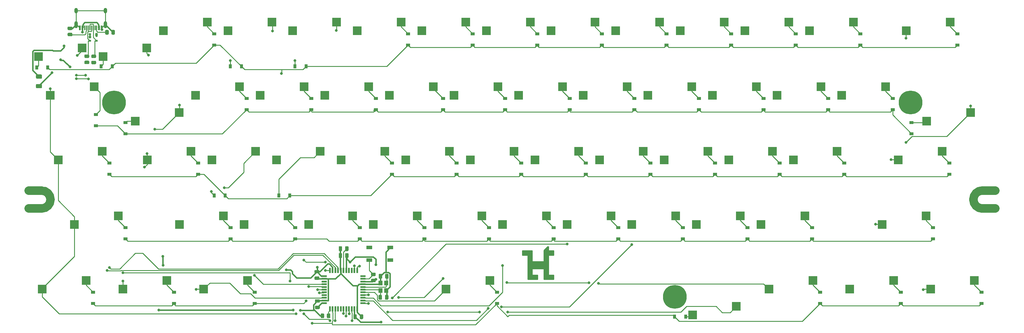
<source format=gbr>
%TF.GenerationSoftware,KiCad,Pcbnew,(5.1.10-1-10_14)*%
%TF.CreationDate,2021-08-25T09:42:14+09:00*%
%TF.ProjectId,pcb,7063622e-6b69-4636-9164-5f7063625858,rev?*%
%TF.SameCoordinates,Original*%
%TF.FileFunction,Copper,L2,Bot*%
%TF.FilePolarity,Positive*%
%FSLAX46Y46*%
G04 Gerber Fmt 4.6, Leading zero omitted, Abs format (unit mm)*
G04 Created by KiCad (PCBNEW (5.1.10-1-10_14)) date 2021-08-25 09:42:14*
%MOMM*%
%LPD*%
G01*
G04 APERTURE LIST*
%TA.AperFunction,EtchedComponent*%
%ADD10C,2.501900*%
%TD*%
%TA.AperFunction,SMDPad,CuDef*%
%ADD11R,2.550000X2.500000*%
%TD*%
%TA.AperFunction,ComponentPad*%
%ADD12C,1.000000*%
%TD*%
%TA.AperFunction,ComponentPad*%
%ADD13C,7.000240*%
%TD*%
%TA.AperFunction,ComponentPad*%
%ADD14C,7.001300*%
%TD*%
%TA.AperFunction,SMDPad,CuDef*%
%ADD15R,1.200000X1.400000*%
%TD*%
%TA.AperFunction,SMDPad,CuDef*%
%ADD16R,0.600000X1.450000*%
%TD*%
%TA.AperFunction,SMDPad,CuDef*%
%ADD17R,0.300000X1.450000*%
%TD*%
%TA.AperFunction,ComponentPad*%
%ADD18O,1.000000X2.100000*%
%TD*%
%TA.AperFunction,ComponentPad*%
%ADD19O,1.000000X1.600000*%
%TD*%
%TA.AperFunction,SMDPad,CuDef*%
%ADD20R,1.500000X0.550000*%
%TD*%
%TA.AperFunction,SMDPad,CuDef*%
%ADD21R,0.550000X1.500000*%
%TD*%
%TA.AperFunction,SMDPad,CuDef*%
%ADD22R,0.700000X1.000000*%
%TD*%
%TA.AperFunction,SMDPad,CuDef*%
%ADD23R,0.700000X0.600000*%
%TD*%
%TA.AperFunction,SMDPad,CuDef*%
%ADD24R,1.800000X1.100000*%
%TD*%
%TA.AperFunction,SMDPad,CuDef*%
%ADD25R,1.200000X0.900000*%
%TD*%
%TA.AperFunction,SMDPad,CuDef*%
%ADD26R,0.900000X1.200000*%
%TD*%
%TA.AperFunction,ViaPad*%
%ADD27C,0.800000*%
%TD*%
%TA.AperFunction,Conductor*%
%ADD28C,0.381000*%
%TD*%
%TA.AperFunction,Conductor*%
%ADD29C,0.250000*%
%TD*%
%TA.AperFunction,NonConductor*%
%ADD30C,0.254000*%
%TD*%
%TA.AperFunction,NonConductor*%
%ADD31C,0.100000*%
%TD*%
G04 APERTURE END LIST*
D10*
%TO.C,REF\u002A\u002A*%
X24632000Y-77923050D02*
X28432000Y-77923050D01*
X24632000Y-83224950D02*
X28432000Y-83224950D01*
X305832000Y-77923050D02*
X309632000Y-77923050D01*
X305832000Y-83224950D02*
X309682000Y-83224950D01*
X28432000Y-83224950D02*
G75*
G03*
X31082950Y-80574000I0J2650950D01*
G01*
X31082950Y-80574000D02*
G75*
G03*
X28432000Y-77923050I-2650950J0D01*
G01*
X303181050Y-80574000D02*
G75*
G02*
X305832000Y-77923050I2650950J0D01*
G01*
X305832000Y-83224950D02*
G75*
G02*
X303181050Y-80574000I0J2650950D01*
G01*
%TD*%
D11*
%TO.P,MX31,2*%
%TO.N,Net-(D31-Pad2)*%
X160623250Y-104457500D03*
%TO.P,MX31,1*%
%TO.N,col6*%
X147696250Y-106997500D03*
%TD*%
D12*
%TO.P,REF\u002A\u002A,1*%
%TO.N,N/C*%
X303993522Y-82412478D03*
X305832000Y-83174000D03*
X307874035Y-83174000D03*
X307874035Y-77974000D03*
X305832000Y-77974000D03*
X303993522Y-78735522D03*
X303232000Y-80574000D03*
X26389965Y-83174000D03*
X26389965Y-77974000D03*
X30270478Y-82412478D03*
X30270478Y-78735522D03*
X28432000Y-83174000D03*
X28432000Y-77974000D03*
X31032000Y-80574000D03*
X216332000Y-111574000D03*
X213932000Y-111574000D03*
X213932000Y-106974000D03*
X216332000Y-106974000D03*
X215132000Y-111574000D03*
X215132000Y-106974000D03*
X285882000Y-49657000D03*
X283482000Y-49674000D03*
X283482000Y-54274000D03*
X285882000Y-54274000D03*
X284682000Y-54274000D03*
X284682000Y-49674000D03*
X51458346Y-53600346D03*
X48205654Y-53600346D03*
X51458346Y-50347654D03*
X48205654Y-50347654D03*
X49832000Y-54274000D03*
X52132000Y-51974000D03*
X47532000Y-51974000D03*
X49832000Y-49674000D03*
D13*
X284682000Y-51974000D03*
X215132000Y-109274000D03*
D14*
X49832000Y-51974000D03*
%TD*%
D15*
%TO.P,Y1,4*%
%TO.N,GND*%
X130104250Y-107399000D03*
%TO.P,Y1,3*%
%TO.N,Net-(C2-Pad1)*%
X130104250Y-105199000D03*
%TO.P,Y1,2*%
%TO.N,GND*%
X128404250Y-105199000D03*
%TO.P,Y1,1*%
%TO.N,Net-(C1-Pad1)*%
X128404250Y-107399000D03*
%TD*%
D16*
%TO.P,USB1,12*%
%TO.N,GND*%
X46151000Y-29920000D03*
%TO.P,USB1,1*%
X39701000Y-29920000D03*
%TO.P,USB1,11*%
%TO.N,VCC*%
X45376000Y-29920000D03*
%TO.P,USB1,2*%
X40476000Y-29920000D03*
D17*
%TO.P,USB1,3*%
%TO.N,Net-(USB1-Pad3)*%
X41176000Y-29920000D03*
%TO.P,USB1,10*%
%TO.N,Net-(R2-Pad2)*%
X44676000Y-29920000D03*
%TO.P,USB1,4*%
%TO.N,Net-(R1-Pad2)*%
X41676000Y-29920000D03*
%TO.P,USB1,9*%
%TO.N,Net-(USB1-Pad9)*%
X44176000Y-29920000D03*
%TO.P,USB1,5*%
%TO.N,Net-(R3-Pad2)*%
X42176000Y-29920000D03*
%TO.P,USB1,8*%
%TO.N,Net-(R4-Pad2)*%
X43676000Y-29920000D03*
%TO.P,USB1,7*%
%TO.N,Net-(R3-Pad2)*%
X43176000Y-29920000D03*
%TO.P,USB1,6*%
%TO.N,Net-(R4-Pad2)*%
X42676000Y-29920000D03*
D18*
%TO.P,USB1,13*%
%TO.N,GND*%
X38606000Y-29005000D03*
X47246000Y-29005000D03*
D19*
X38606000Y-24825000D03*
X47246000Y-24825000D03*
%TD*%
D20*
%TO.P,U2,44*%
%TO.N,+5V*%
X111775000Y-103156250D03*
%TO.P,U2,43*%
%TO.N,GND*%
X111775000Y-103956250D03*
%TO.P,U2,42*%
%TO.N,Net-(U2-Pad42)*%
X111775000Y-104756250D03*
%TO.P,U2,41*%
%TO.N,col3*%
X111775000Y-105556250D03*
%TO.P,U2,40*%
%TO.N,col4*%
X111775000Y-106356250D03*
%TO.P,U2,39*%
%TO.N,row2*%
X111775000Y-107156250D03*
%TO.P,U2,38*%
%TO.N,col1*%
X111775000Y-107956250D03*
%TO.P,U2,37*%
%TO.N,Net-(U2-Pad37)*%
X111775000Y-108756250D03*
%TO.P,U2,36*%
%TO.N,col2*%
X111775000Y-109556250D03*
%TO.P,U2,35*%
%TO.N,GND*%
X111775000Y-110356250D03*
%TO.P,U2,34*%
%TO.N,+5V*%
X111775000Y-111156250D03*
D21*
%TO.P,U2,33*%
%TO.N,Net-(R6-Pad2)*%
X113475000Y-112856250D03*
%TO.P,U2,32*%
%TO.N,row4*%
X114275000Y-112856250D03*
%TO.P,U2,31*%
%TO.N,col0*%
X115075000Y-112856250D03*
%TO.P,U2,30*%
%TO.N,Net-(U2-Pad30)*%
X115875000Y-112856250D03*
%TO.P,U2,29*%
%TO.N,Net-(U2-Pad29)*%
X116675000Y-112856250D03*
%TO.P,U2,28*%
%TO.N,col13*%
X117475000Y-112856250D03*
%TO.P,U2,27*%
%TO.N,col12*%
X118275000Y-112856250D03*
%TO.P,U2,26*%
%TO.N,col11*%
X119075000Y-112856250D03*
%TO.P,U2,25*%
%TO.N,col10*%
X119875000Y-112856250D03*
%TO.P,U2,24*%
%TO.N,+5V*%
X120675000Y-112856250D03*
%TO.P,U2,23*%
%TO.N,GND*%
X121475000Y-112856250D03*
D20*
%TO.P,U2,22*%
%TO.N,col8*%
X123175000Y-111156250D03*
%TO.P,U2,21*%
%TO.N,col9*%
X123175000Y-110356250D03*
%TO.P,U2,20*%
%TO.N,col7*%
X123175000Y-109556250D03*
%TO.P,U2,19*%
%TO.N,col5*%
X123175000Y-108756250D03*
%TO.P,U2,18*%
%TO.N,col6*%
X123175000Y-107956250D03*
%TO.P,U2,17*%
%TO.N,Net-(C1-Pad1)*%
X123175000Y-107156250D03*
%TO.P,U2,16*%
%TO.N,Net-(C2-Pad1)*%
X123175000Y-106356250D03*
%TO.P,U2,15*%
%TO.N,GND*%
X123175000Y-105556250D03*
%TO.P,U2,14*%
%TO.N,+5V*%
X123175000Y-104756250D03*
%TO.P,U2,13*%
%TO.N,Net-(R5-Pad2)*%
X123175000Y-103956250D03*
%TO.P,U2,12*%
%TO.N,Net-(U2-Pad12)*%
X123175000Y-103156250D03*
D21*
%TO.P,U2,11*%
%TO.N,row3*%
X121475000Y-101456250D03*
%TO.P,U2,10*%
%TO.N,row1*%
X120675000Y-101456250D03*
%TO.P,U2,9*%
%TO.N,Net-(U2-Pad9)*%
X119875000Y-101456250D03*
%TO.P,U2,8*%
%TO.N,Net-(U2-Pad8)*%
X119075000Y-101456250D03*
%TO.P,U2,7*%
%TO.N,+5V*%
X118275000Y-101456250D03*
%TO.P,U2,6*%
%TO.N,Net-(C7-Pad1)*%
X117475000Y-101456250D03*
%TO.P,U2,5*%
%TO.N,GND*%
X116675000Y-101456250D03*
%TO.P,U2,4*%
%TO.N,D+*%
X115875000Y-101456250D03*
%TO.P,U2,3*%
%TO.N,D-*%
X115075000Y-101456250D03*
%TO.P,U2,2*%
%TO.N,+5V*%
X114275000Y-101456250D03*
%TO.P,U2,1*%
%TO.N,row0*%
X113475000Y-101456250D03*
%TD*%
D22*
%TO.P,U1,1*%
%TO.N,GND*%
X44672000Y-32013500D03*
D23*
%TO.P,U1,4*%
%TO.N,VCC*%
X42672000Y-31813500D03*
%TO.P,U1,2*%
%TO.N,Net-(R4-Pad2)*%
X44672000Y-33713500D03*
%TO.P,U1,3*%
%TO.N,Net-(R3-Pad2)*%
X42672000Y-33713500D03*
%TD*%
D24*
%TO.P,SW1,4*%
%TO.N,N/C*%
X125074750Y-94733500D03*
%TO.P,SW1,3*%
X131274750Y-98433500D03*
%TO.P,SW1,2*%
%TO.N,Net-(R5-Pad2)*%
X125074750Y-98433500D03*
%TO.P,SW1,1*%
%TO.N,GND*%
X131274750Y-94733500D03*
%TD*%
%TO.P,R6,2*%
%TO.N,Net-(R6-Pad2)*%
%TA.AperFunction,SMDPad,CuDef*%
G36*
G01*
X112572750Y-115321502D02*
X112572750Y-114421498D01*
G75*
G02*
X112822748Y-114171500I249998J0D01*
G01*
X113347752Y-114171500D01*
G75*
G02*
X113597750Y-114421498I0J-249998D01*
G01*
X113597750Y-115321502D01*
G75*
G02*
X113347752Y-115571500I-249998J0D01*
G01*
X112822748Y-115571500D01*
G75*
G02*
X112572750Y-115321502I0J249998D01*
G01*
G37*
%TD.AperFunction*%
%TO.P,R6,1*%
%TO.N,GND*%
%TA.AperFunction,SMDPad,CuDef*%
G36*
G01*
X110747750Y-115321502D02*
X110747750Y-114421498D01*
G75*
G02*
X110997748Y-114171500I249998J0D01*
G01*
X111522752Y-114171500D01*
G75*
G02*
X111772750Y-114421498I0J-249998D01*
G01*
X111772750Y-115321502D01*
G75*
G02*
X111522752Y-115571500I-249998J0D01*
G01*
X110997748Y-115571500D01*
G75*
G02*
X110747750Y-115321502I0J249998D01*
G01*
G37*
%TD.AperFunction*%
%TD*%
%TO.P,R5,2*%
%TO.N,Net-(R5-Pad2)*%
%TA.AperFunction,SMDPad,CuDef*%
G36*
G01*
X126719752Y-103168500D02*
X125819748Y-103168500D01*
G75*
G02*
X125569750Y-102918502I0J249998D01*
G01*
X125569750Y-102393498D01*
G75*
G02*
X125819748Y-102143500I249998J0D01*
G01*
X126719752Y-102143500D01*
G75*
G02*
X126969750Y-102393498I0J-249998D01*
G01*
X126969750Y-102918502D01*
G75*
G02*
X126719752Y-103168500I-249998J0D01*
G01*
G37*
%TD.AperFunction*%
%TO.P,R5,1*%
%TO.N,+5V*%
%TA.AperFunction,SMDPad,CuDef*%
G36*
G01*
X126719752Y-104993500D02*
X125819748Y-104993500D01*
G75*
G02*
X125569750Y-104743502I0J249998D01*
G01*
X125569750Y-104218498D01*
G75*
G02*
X125819748Y-103968500I249998J0D01*
G01*
X126719752Y-103968500D01*
G75*
G02*
X126969750Y-104218498I0J-249998D01*
G01*
X126969750Y-104743502D01*
G75*
G02*
X126719752Y-104993500I-249998J0D01*
G01*
G37*
%TD.AperFunction*%
%TD*%
%TO.P,R4,2*%
%TO.N,Net-(R4-Pad2)*%
%TA.AperFunction,SMDPad,CuDef*%
G36*
G01*
X44265002Y-38843000D02*
X43364998Y-38843000D01*
G75*
G02*
X43115000Y-38593002I0J249998D01*
G01*
X43115000Y-38067998D01*
G75*
G02*
X43364998Y-37818000I249998J0D01*
G01*
X44265002Y-37818000D01*
G75*
G02*
X44515000Y-38067998I0J-249998D01*
G01*
X44515000Y-38593002D01*
G75*
G02*
X44265002Y-38843000I-249998J0D01*
G01*
G37*
%TD.AperFunction*%
%TO.P,R4,1*%
%TO.N,D+*%
%TA.AperFunction,SMDPad,CuDef*%
G36*
G01*
X44265002Y-40668000D02*
X43364998Y-40668000D01*
G75*
G02*
X43115000Y-40418002I0J249998D01*
G01*
X43115000Y-39892998D01*
G75*
G02*
X43364998Y-39643000I249998J0D01*
G01*
X44265002Y-39643000D01*
G75*
G02*
X44515000Y-39892998I0J-249998D01*
G01*
X44515000Y-40418002D01*
G75*
G02*
X44265002Y-40668000I-249998J0D01*
G01*
G37*
%TD.AperFunction*%
%TD*%
%TO.P,R3,2*%
%TO.N,Net-(R3-Pad2)*%
%TA.AperFunction,SMDPad,CuDef*%
G36*
G01*
X42233002Y-38819500D02*
X41332998Y-38819500D01*
G75*
G02*
X41083000Y-38569502I0J249998D01*
G01*
X41083000Y-38044498D01*
G75*
G02*
X41332998Y-37794500I249998J0D01*
G01*
X42233002Y-37794500D01*
G75*
G02*
X42483000Y-38044498I0J-249998D01*
G01*
X42483000Y-38569502D01*
G75*
G02*
X42233002Y-38819500I-249998J0D01*
G01*
G37*
%TD.AperFunction*%
%TO.P,R3,1*%
%TO.N,D-*%
%TA.AperFunction,SMDPad,CuDef*%
G36*
G01*
X42233002Y-40644500D02*
X41332998Y-40644500D01*
G75*
G02*
X41083000Y-40394502I0J249998D01*
G01*
X41083000Y-39869498D01*
G75*
G02*
X41332998Y-39619500I249998J0D01*
G01*
X42233002Y-39619500D01*
G75*
G02*
X42483000Y-39869498I0J-249998D01*
G01*
X42483000Y-40394502D01*
G75*
G02*
X42233002Y-40644500I-249998J0D01*
G01*
G37*
%TD.AperFunction*%
%TD*%
%TO.P,R2,2*%
%TO.N,Net-(R2-Pad2)*%
%TA.AperFunction,SMDPad,CuDef*%
G36*
G01*
X48241000Y-30791998D02*
X48241000Y-31692002D01*
G75*
G02*
X47991002Y-31942000I-249998J0D01*
G01*
X47465998Y-31942000D01*
G75*
G02*
X47216000Y-31692002I0J249998D01*
G01*
X47216000Y-30791998D01*
G75*
G02*
X47465998Y-30542000I249998J0D01*
G01*
X47991002Y-30542000D01*
G75*
G02*
X48241000Y-30791998I0J-249998D01*
G01*
G37*
%TD.AperFunction*%
%TO.P,R2,1*%
%TO.N,GND*%
%TA.AperFunction,SMDPad,CuDef*%
G36*
G01*
X50066000Y-30791998D02*
X50066000Y-31692002D01*
G75*
G02*
X49816002Y-31942000I-249998J0D01*
G01*
X49290998Y-31942000D01*
G75*
G02*
X49041000Y-31692002I0J249998D01*
G01*
X49041000Y-30791998D01*
G75*
G02*
X49290998Y-30542000I249998J0D01*
G01*
X49816002Y-30542000D01*
G75*
G02*
X50066000Y-30791998I0J-249998D01*
G01*
G37*
%TD.AperFunction*%
%TD*%
%TO.P,R1,2*%
%TO.N,Net-(R1-Pad2)*%
%TA.AperFunction,SMDPad,CuDef*%
G36*
G01*
X36379998Y-31388000D02*
X37280002Y-31388000D01*
G75*
G02*
X37530000Y-31637998I0J-249998D01*
G01*
X37530000Y-32163002D01*
G75*
G02*
X37280002Y-32413000I-249998J0D01*
G01*
X36379998Y-32413000D01*
G75*
G02*
X36130000Y-32163002I0J249998D01*
G01*
X36130000Y-31637998D01*
G75*
G02*
X36379998Y-31388000I249998J0D01*
G01*
G37*
%TD.AperFunction*%
%TO.P,R1,1*%
%TO.N,GND*%
%TA.AperFunction,SMDPad,CuDef*%
G36*
G01*
X36379998Y-29563000D02*
X37280002Y-29563000D01*
G75*
G02*
X37530000Y-29812998I0J-249998D01*
G01*
X37530000Y-30338002D01*
G75*
G02*
X37280002Y-30588000I-249998J0D01*
G01*
X36379998Y-30588000D01*
G75*
G02*
X36130000Y-30338002I0J249998D01*
G01*
X36130000Y-29812998D01*
G75*
G02*
X36379998Y-29563000I249998J0D01*
G01*
G37*
%TD.AperFunction*%
%TD*%
D11*
%TO.P,MX61,2*%
%TO.N,Net-(D61-Pad2)*%
X303498250Y-104457500D03*
%TO.P,MX61,1*%
%TO.N,col13*%
X290571250Y-106997500D03*
%TD*%
%TO.P,MX60,2*%
%TO.N,Net-(D60-Pad2)*%
X289210750Y-85407500D03*
%TO.P,MX60,1*%
%TO.N,col13*%
X276283750Y-87947500D03*
%TD*%
%TO.P,MX59,2*%
%TO.N,Net-(D59-Pad2)*%
X293973250Y-66357500D03*
%TO.P,MX59,1*%
%TO.N,col13*%
X281046250Y-68897500D03*
%TD*%
%TO.P,MX58,2*%
%TO.N,Net-(D58-Pad2)*%
X289433000Y-57467500D03*
%TO.P,MX58,1*%
%TO.N,col13*%
X302360000Y-54927500D03*
%TD*%
%TO.P,MX57,2*%
%TO.N,Net-(D57-Pad2)*%
X296354500Y-28257500D03*
%TO.P,MX57,1*%
%TO.N,col13*%
X283427500Y-30797500D03*
%TD*%
%TO.P,MX56,2*%
%TO.N,Net-(D56-Pad2)*%
X279685750Y-104457500D03*
%TO.P,MX56,1*%
%TO.N,col12*%
X266758750Y-106997500D03*
%TD*%
%TO.P,MX55,2*%
%TO.N,Net-(D55-Pad2)*%
X277304500Y-47307500D03*
%TO.P,MX55,1*%
%TO.N,col12*%
X264377500Y-49847500D03*
%TD*%
%TO.P,MX54,2*%
%TO.N,Net-(D54-Pad2)*%
X267779500Y-28257500D03*
%TO.P,MX54,1*%
%TO.N,col12*%
X254852500Y-30797500D03*
%TD*%
%TO.P,MX53,2*%
%TO.N,Net-(D53-Pad2)*%
X255873250Y-104457500D03*
%TO.P,MX53,1*%
%TO.N,col11*%
X242946250Y-106997500D03*
%TD*%
%TO.P,MX52,2*%
%TO.N,Net-(D52-Pad2)*%
X253492000Y-85407500D03*
%TO.P,MX52,1*%
%TO.N,col11*%
X240565000Y-87947500D03*
%TD*%
%TO.P,MX51,2*%
%TO.N,Net-(D51-Pad2)*%
X263017000Y-66357500D03*
%TO.P,MX51,1*%
%TO.N,col11*%
X250090000Y-68897500D03*
%TD*%
%TO.P,MX50,2*%
%TO.N,Net-(D50-Pad2)*%
X258254500Y-47307500D03*
%TO.P,MX50,1*%
%TO.N,col11*%
X245327500Y-49847500D03*
%TD*%
%TO.P,MX49,2*%
%TO.N,Net-(D49-Pad2)*%
X248729500Y-28257500D03*
%TO.P,MX49,1*%
%TO.N,col11*%
X235802500Y-30797500D03*
%TD*%
%TO.P,MX48,2*%
%TO.N,Net-(D48-Pad2)*%
X220376750Y-114617500D03*
%TO.P,MX48,1*%
%TO.N,col10*%
X233303750Y-112077500D03*
%TD*%
%TO.P,MX47,2*%
%TO.N,Net-(D47-Pad2)*%
X234442000Y-85407500D03*
%TO.P,MX47,1*%
%TO.N,col10*%
X221515000Y-87947500D03*
%TD*%
%TO.P,MX46,2*%
%TO.N,Net-(D46-Pad2)*%
X243967000Y-66357500D03*
%TO.P,MX46,1*%
%TO.N,col10*%
X231040000Y-68897500D03*
%TD*%
%TO.P,MX45,2*%
%TO.N,Net-(D45-Pad2)*%
X239204500Y-47307500D03*
%TO.P,MX45,1*%
%TO.N,col10*%
X226277500Y-49847500D03*
%TD*%
%TO.P,MX44,2*%
%TO.N,Net-(D44-Pad2)*%
X229679500Y-28257500D03*
%TO.P,MX44,1*%
%TO.N,col10*%
X216752500Y-30797500D03*
%TD*%
%TO.P,MX43,2*%
%TO.N,Net-(D43-Pad2)*%
X215392000Y-85407500D03*
%TO.P,MX43,1*%
%TO.N,col9*%
X202465000Y-87947500D03*
%TD*%
%TO.P,MX42,2*%
%TO.N,Net-(D42-Pad2)*%
X224917000Y-66357500D03*
%TO.P,MX42,1*%
%TO.N,col9*%
X211990000Y-68897500D03*
%TD*%
%TO.P,MX41,2*%
%TO.N,Net-(D41-Pad2)*%
X220154500Y-47307500D03*
%TO.P,MX41,1*%
%TO.N,col9*%
X207227500Y-49847500D03*
%TD*%
%TO.P,MX40,2*%
%TO.N,Net-(D40-Pad2)*%
X210629500Y-28257500D03*
%TO.P,MX40,1*%
%TO.N,col9*%
X197702500Y-30797500D03*
%TD*%
%TO.P,MX39,2*%
%TO.N,Net-(D39-Pad2)*%
X196342000Y-85407500D03*
%TO.P,MX39,1*%
%TO.N,col8*%
X183415000Y-87947500D03*
%TD*%
%TO.P,MX38,2*%
%TO.N,Net-(D38-Pad2)*%
X205867000Y-66357500D03*
%TO.P,MX38,1*%
%TO.N,col8*%
X192940000Y-68897500D03*
%TD*%
%TO.P,MX37,2*%
%TO.N,Net-(D37-Pad2)*%
X201104500Y-47307500D03*
%TO.P,MX37,1*%
%TO.N,col8*%
X188177500Y-49847500D03*
%TD*%
%TO.P,MX36,2*%
%TO.N,Net-(D36-Pad2)*%
X191579500Y-28257500D03*
%TO.P,MX36,1*%
%TO.N,col8*%
X178652500Y-30797500D03*
%TD*%
%TO.P,MX35,2*%
%TO.N,Net-(D35-Pad2)*%
X177292000Y-85407500D03*
%TO.P,MX35,1*%
%TO.N,col7*%
X164365000Y-87947500D03*
%TD*%
%TO.P,MX34,2*%
%TO.N,Net-(D34-Pad2)*%
X186817000Y-66357500D03*
%TO.P,MX34,1*%
%TO.N,col7*%
X173890000Y-68897500D03*
%TD*%
%TO.P,MX33,2*%
%TO.N,Net-(D33-Pad2)*%
X182054500Y-47307500D03*
%TO.P,MX33,1*%
%TO.N,col7*%
X169127500Y-49847500D03*
%TD*%
%TO.P,MX32,2*%
%TO.N,Net-(D32-Pad2)*%
X172529500Y-28257500D03*
%TO.P,MX32,1*%
%TO.N,col7*%
X159602500Y-30797500D03*
%TD*%
%TO.P,MX30,2*%
%TO.N,Net-(D30-Pad2)*%
X158242000Y-85407500D03*
%TO.P,MX30,1*%
%TO.N,col6*%
X145315000Y-87947500D03*
%TD*%
%TO.P,MX29,2*%
%TO.N,Net-(D29-Pad2)*%
X167767000Y-66357500D03*
%TO.P,MX29,1*%
%TO.N,col6*%
X154840000Y-68897500D03*
%TD*%
%TO.P,MX28,2*%
%TO.N,Net-(D28-Pad2)*%
X163004500Y-47307500D03*
%TO.P,MX28,1*%
%TO.N,col6*%
X150077500Y-49847500D03*
%TD*%
%TO.P,MX27,2*%
%TO.N,Net-(D27-Pad2)*%
X153479500Y-28257500D03*
%TO.P,MX27,1*%
%TO.N,col6*%
X140552500Y-30797500D03*
%TD*%
%TO.P,MX26,2*%
%TO.N,Net-(D26-Pad2)*%
X139192000Y-85407500D03*
%TO.P,MX26,1*%
%TO.N,col5*%
X126265000Y-87947500D03*
%TD*%
%TO.P,MX25,2*%
%TO.N,Net-(D25-Pad2)*%
X148717000Y-66357500D03*
%TO.P,MX25,1*%
%TO.N,col5*%
X135790000Y-68897500D03*
%TD*%
%TO.P,MX24,2*%
%TO.N,Net-(D24-Pad2)*%
X143954500Y-47307500D03*
%TO.P,MX24,1*%
%TO.N,col5*%
X131027500Y-49847500D03*
%TD*%
%TO.P,MX23,2*%
%TO.N,Net-(D23-Pad2)*%
X134429500Y-28257500D03*
%TO.P,MX23,1*%
%TO.N,col5*%
X121502500Y-30797500D03*
%TD*%
%TO.P,MX22,2*%
%TO.N,Net-(D22-Pad2)*%
X120142000Y-85407500D03*
%TO.P,MX22,1*%
%TO.N,col4*%
X107215000Y-87947500D03*
%TD*%
%TO.P,MX21,2*%
%TO.N,Net-(D21-Pad2)*%
X129667000Y-66357500D03*
%TO.P,MX21,1*%
%TO.N,col4*%
X116740000Y-68897500D03*
%TD*%
%TO.P,MX20,2*%
%TO.N,Net-(D20-Pad2)*%
X124904500Y-47307500D03*
%TO.P,MX20,1*%
%TO.N,col4*%
X111977500Y-49847500D03*
%TD*%
%TO.P,MX19,2*%
%TO.N,Net-(D19-Pad2)*%
X115379500Y-28257500D03*
%TO.P,MX19,1*%
%TO.N,col4*%
X102452500Y-30797500D03*
%TD*%
%TO.P,MX18,2*%
%TO.N,Net-(D18-Pad2)*%
X101092000Y-85407500D03*
%TO.P,MX18,1*%
%TO.N,col3*%
X88165000Y-87947500D03*
%TD*%
%TO.P,MX17,2*%
%TO.N,Net-(D17-Pad2)*%
X110617000Y-66357500D03*
%TO.P,MX17,1*%
%TO.N,col3*%
X97690000Y-68897500D03*
%TD*%
%TO.P,MX16,2*%
%TO.N,Net-(D16-Pad2)*%
X105854500Y-47307500D03*
%TO.P,MX16,1*%
%TO.N,col3*%
X92927500Y-49847500D03*
%TD*%
%TO.P,MX15,2*%
%TO.N,Net-(D15-Pad2)*%
X96329500Y-28257500D03*
%TO.P,MX15,1*%
%TO.N,col3*%
X83402500Y-30797500D03*
%TD*%
%TO.P,MX14,2*%
%TO.N,Net-(D14-Pad2)*%
X89185750Y-104457500D03*
%TO.P,MX14,1*%
%TO.N,col2*%
X76258750Y-106997500D03*
%TD*%
%TO.P,MX13,2*%
%TO.N,Net-(D13-Pad2)*%
X82042000Y-85407500D03*
%TO.P,MX13,1*%
%TO.N,col2*%
X69115000Y-87947500D03*
%TD*%
%TO.P,MX12,2*%
%TO.N,Net-(D12-Pad2)*%
X91567000Y-66357500D03*
%TO.P,MX12,1*%
%TO.N,col2*%
X78640000Y-68897500D03*
%TD*%
%TO.P,MX11,2*%
%TO.N,Net-(D11-Pad2)*%
X86804500Y-47307500D03*
%TO.P,MX11,1*%
%TO.N,col2*%
X73877500Y-49847500D03*
%TD*%
%TO.P,MX10,2*%
%TO.N,Net-(D10-Pad2)*%
X77279500Y-28257500D03*
%TO.P,MX10,1*%
%TO.N,col2*%
X64352500Y-30797500D03*
%TD*%
%TO.P,MX9,2*%
%TO.N,Net-(D9-Pad2)*%
X65373250Y-104457500D03*
%TO.P,MX9,1*%
%TO.N,col1*%
X52446250Y-106997500D03*
%TD*%
%TO.P,MX8,2*%
%TO.N,Net-(D8-Pad2)*%
X72517000Y-66357500D03*
%TO.P,MX8,1*%
%TO.N,col1*%
X59590000Y-68897500D03*
%TD*%
%TO.P,MX7,2*%
%TO.N,Net-(D7-Pad2)*%
X56070500Y-57467500D03*
%TO.P,MX7,1*%
%TO.N,col1*%
X68997500Y-54927500D03*
%TD*%
%TO.P,MX6,2*%
%TO.N,Net-(D6-Pad2)*%
X46545500Y-38417500D03*
%TO.P,MX6,1*%
%TO.N,col1*%
X59472500Y-35877500D03*
%TD*%
%TO.P,MX5,2*%
%TO.N,Net-(D5-Pad2)*%
X41560750Y-104457500D03*
%TO.P,MX5,1*%
%TO.N,col0*%
X28633750Y-106997500D03*
%TD*%
%TO.P,MX4,2*%
%TO.N,Net-(D4-Pad2)*%
X51085750Y-85407500D03*
%TO.P,MX4,1*%
%TO.N,col0*%
X38158750Y-87947500D03*
%TD*%
%TO.P,MX3,2*%
%TO.N,Net-(D3-Pad2)*%
X46323250Y-66357500D03*
%TO.P,MX3,1*%
%TO.N,col0*%
X33396250Y-68897500D03*
%TD*%
%TO.P,MX2,2*%
%TO.N,Net-(D2-Pad2)*%
X43942000Y-47307500D03*
%TO.P,MX2,1*%
%TO.N,col0*%
X31015000Y-49847500D03*
%TD*%
%TO.P,MX1,2*%
%TO.N,Net-(D1-Pad2)*%
X27495500Y-38417500D03*
%TO.P,MX1,1*%
%TO.N,col0*%
X40422500Y-35877500D03*
%TD*%
%TO.P,F1,2*%
%TO.N,VCC*%
%TA.AperFunction,SMDPad,CuDef*%
G36*
G01*
X28311000Y-44945000D02*
X27061000Y-44945000D01*
G75*
G02*
X26811000Y-44695000I0J250000D01*
G01*
X26811000Y-43945000D01*
G75*
G02*
X27061000Y-43695000I250000J0D01*
G01*
X28311000Y-43695000D01*
G75*
G02*
X28561000Y-43945000I0J-250000D01*
G01*
X28561000Y-44695000D01*
G75*
G02*
X28311000Y-44945000I-250000J0D01*
G01*
G37*
%TD.AperFunction*%
%TO.P,F1,1*%
%TO.N,+5V*%
%TA.AperFunction,SMDPad,CuDef*%
G36*
G01*
X28311000Y-47745000D02*
X27061000Y-47745000D01*
G75*
G02*
X26811000Y-47495000I0J250000D01*
G01*
X26811000Y-46745000D01*
G75*
G02*
X27061000Y-46495000I250000J0D01*
G01*
X28311000Y-46495000D01*
G75*
G02*
X28561000Y-46745000I0J-250000D01*
G01*
X28561000Y-47495000D01*
G75*
G02*
X28311000Y-47745000I-250000J0D01*
G01*
G37*
%TD.AperFunction*%
%TD*%
D25*
%TO.P,D61,2*%
%TO.N,Net-(D61-Pad2)*%
X305593750Y-107887500D03*
%TO.P,D61,1*%
%TO.N,row4*%
X305593750Y-111187500D03*
%TD*%
%TO.P,D60,2*%
%TO.N,Net-(D60-Pad2)*%
X291306250Y-88837500D03*
%TO.P,D60,1*%
%TO.N,row3*%
X291306250Y-92137500D03*
%TD*%
%TO.P,D59,2*%
%TO.N,Net-(D59-Pad2)*%
X296068750Y-69787500D03*
%TO.P,D59,1*%
%TO.N,row2*%
X296068750Y-73087500D03*
%TD*%
%TO.P,D58,2*%
%TO.N,Net-(D58-Pad2)*%
X284956250Y-57881250D03*
%TO.P,D58,1*%
%TO.N,row1*%
X284956250Y-61181250D03*
%TD*%
%TO.P,D57,2*%
%TO.N,Net-(D57-Pad2)*%
X298450000Y-31687500D03*
%TO.P,D57,1*%
%TO.N,row0*%
X298450000Y-34987500D03*
%TD*%
%TO.P,D56,2*%
%TO.N,Net-(D56-Pad2)*%
X281781250Y-107887500D03*
%TO.P,D56,1*%
%TO.N,row4*%
X281781250Y-111187500D03*
%TD*%
%TO.P,D55,2*%
%TO.N,Net-(D55-Pad2)*%
X279400000Y-50737500D03*
%TO.P,D55,1*%
%TO.N,row1*%
X279400000Y-54037500D03*
%TD*%
%TO.P,D54,2*%
%TO.N,Net-(D54-Pad2)*%
X269875000Y-31687500D03*
%TO.P,D54,1*%
%TO.N,row0*%
X269875000Y-34987500D03*
%TD*%
%TO.P,D53,2*%
%TO.N,Net-(D53-Pad2)*%
X257968750Y-107887500D03*
%TO.P,D53,1*%
%TO.N,row4*%
X257968750Y-111187500D03*
%TD*%
%TO.P,D52,2*%
%TO.N,Net-(D52-Pad2)*%
X255587500Y-88837500D03*
%TO.P,D52,1*%
%TO.N,row3*%
X255587500Y-92137500D03*
%TD*%
%TO.P,D51,2*%
%TO.N,Net-(D51-Pad2)*%
X265112500Y-69787500D03*
%TO.P,D51,1*%
%TO.N,row2*%
X265112500Y-73087500D03*
%TD*%
%TO.P,D50,2*%
%TO.N,Net-(D50-Pad2)*%
X260350000Y-50737500D03*
%TO.P,D50,1*%
%TO.N,row1*%
X260350000Y-54037500D03*
%TD*%
%TO.P,D49,2*%
%TO.N,Net-(D49-Pad2)*%
X250825000Y-31687500D03*
%TO.P,D49,1*%
%TO.N,row0*%
X250825000Y-34987500D03*
%TD*%
D26*
%TO.P,D48,2*%
%TO.N,Net-(D48-Pad2)*%
X218343750Y-115093750D03*
%TO.P,D48,1*%
%TO.N,row4*%
X215043750Y-115093750D03*
%TD*%
D25*
%TO.P,D47,2*%
%TO.N,Net-(D47-Pad2)*%
X236537500Y-88837500D03*
%TO.P,D47,1*%
%TO.N,row3*%
X236537500Y-92137500D03*
%TD*%
%TO.P,D46,2*%
%TO.N,Net-(D46-Pad2)*%
X246062500Y-69787500D03*
%TO.P,D46,1*%
%TO.N,row2*%
X246062500Y-73087500D03*
%TD*%
%TO.P,D45,2*%
%TO.N,Net-(D45-Pad2)*%
X241300000Y-50737500D03*
%TO.P,D45,1*%
%TO.N,row1*%
X241300000Y-54037500D03*
%TD*%
%TO.P,D44,2*%
%TO.N,Net-(D44-Pad2)*%
X231775000Y-31687500D03*
%TO.P,D44,1*%
%TO.N,row0*%
X231775000Y-34987500D03*
%TD*%
%TO.P,D43,2*%
%TO.N,Net-(D43-Pad2)*%
X217487500Y-88837500D03*
%TO.P,D43,1*%
%TO.N,row3*%
X217487500Y-92137500D03*
%TD*%
%TO.P,D42,2*%
%TO.N,Net-(D42-Pad2)*%
X227012500Y-69787500D03*
%TO.P,D42,1*%
%TO.N,row2*%
X227012500Y-73087500D03*
%TD*%
%TO.P,D41,2*%
%TO.N,Net-(D41-Pad2)*%
X222250000Y-50737500D03*
%TO.P,D41,1*%
%TO.N,row1*%
X222250000Y-54037500D03*
%TD*%
%TO.P,D40,2*%
%TO.N,Net-(D40-Pad2)*%
X212725000Y-31687500D03*
%TO.P,D40,1*%
%TO.N,row0*%
X212725000Y-34987500D03*
%TD*%
%TO.P,D39,2*%
%TO.N,Net-(D39-Pad2)*%
X198437500Y-88837500D03*
%TO.P,D39,1*%
%TO.N,row3*%
X198437500Y-92137500D03*
%TD*%
%TO.P,D38,2*%
%TO.N,Net-(D38-Pad2)*%
X207962500Y-69787500D03*
%TO.P,D38,1*%
%TO.N,row2*%
X207962500Y-73087500D03*
%TD*%
%TO.P,D37,2*%
%TO.N,Net-(D37-Pad2)*%
X203200000Y-50737500D03*
%TO.P,D37,1*%
%TO.N,row1*%
X203200000Y-54037500D03*
%TD*%
%TO.P,D36,2*%
%TO.N,Net-(D36-Pad2)*%
X193675000Y-31687500D03*
%TO.P,D36,1*%
%TO.N,row0*%
X193675000Y-34987500D03*
%TD*%
%TO.P,D35,2*%
%TO.N,Net-(D35-Pad2)*%
X179387500Y-88837500D03*
%TO.P,D35,1*%
%TO.N,row3*%
X179387500Y-92137500D03*
%TD*%
%TO.P,D34,2*%
%TO.N,Net-(D34-Pad2)*%
X188912500Y-69787500D03*
%TO.P,D34,1*%
%TO.N,row2*%
X188912500Y-73087500D03*
%TD*%
%TO.P,D33,2*%
%TO.N,Net-(D33-Pad2)*%
X184150000Y-50737500D03*
%TO.P,D33,1*%
%TO.N,row1*%
X184150000Y-54037500D03*
%TD*%
%TO.P,D32,2*%
%TO.N,Net-(D32-Pad2)*%
X174625000Y-31687500D03*
%TO.P,D32,1*%
%TO.N,row0*%
X174625000Y-34987500D03*
%TD*%
%TO.P,D31,2*%
%TO.N,Net-(D31-Pad2)*%
X162718750Y-107887500D03*
%TO.P,D31,1*%
%TO.N,row4*%
X162718750Y-111187500D03*
%TD*%
%TO.P,D30,2*%
%TO.N,Net-(D30-Pad2)*%
X160337500Y-88837500D03*
%TO.P,D30,1*%
%TO.N,row3*%
X160337500Y-92137500D03*
%TD*%
%TO.P,D29,2*%
%TO.N,Net-(D29-Pad2)*%
X169862500Y-69787500D03*
%TO.P,D29,1*%
%TO.N,row2*%
X169862500Y-73087500D03*
%TD*%
%TO.P,D28,2*%
%TO.N,Net-(D28-Pad2)*%
X165100000Y-50737500D03*
%TO.P,D28,1*%
%TO.N,row1*%
X165100000Y-54037500D03*
%TD*%
%TO.P,D27,2*%
%TO.N,Net-(D27-Pad2)*%
X155575000Y-31687500D03*
%TO.P,D27,1*%
%TO.N,row0*%
X155575000Y-34987500D03*
%TD*%
%TO.P,D26,2*%
%TO.N,Net-(D26-Pad2)*%
X141287500Y-88837500D03*
%TO.P,D26,1*%
%TO.N,row3*%
X141287500Y-92137500D03*
%TD*%
%TO.P,D25,2*%
%TO.N,Net-(D25-Pad2)*%
X150812500Y-69787500D03*
%TO.P,D25,1*%
%TO.N,row2*%
X150812500Y-73087500D03*
%TD*%
%TO.P,D24,2*%
%TO.N,Net-(D24-Pad2)*%
X146843750Y-50737500D03*
%TO.P,D24,1*%
%TO.N,row1*%
X146843750Y-54037500D03*
%TD*%
%TO.P,D23,2*%
%TO.N,Net-(D23-Pad2)*%
X136525000Y-31687500D03*
%TO.P,D23,1*%
%TO.N,row0*%
X136525000Y-34987500D03*
%TD*%
%TO.P,D22,2*%
%TO.N,Net-(D22-Pad2)*%
X122237500Y-88837500D03*
%TO.P,D22,1*%
%TO.N,row3*%
X122237500Y-92137500D03*
%TD*%
%TO.P,D21,2*%
%TO.N,Net-(D21-Pad2)*%
X131762500Y-69787500D03*
%TO.P,D21,1*%
%TO.N,row2*%
X131762500Y-73087500D03*
%TD*%
%TO.P,D20,2*%
%TO.N,Net-(D20-Pad2)*%
X127000000Y-50737500D03*
%TO.P,D20,1*%
%TO.N,row1*%
X127000000Y-54037500D03*
%TD*%
D26*
%TO.P,D19,2*%
%TO.N,Net-(D19-Pad2)*%
X103125000Y-41275000D03*
%TO.P,D19,1*%
%TO.N,row0*%
X106425000Y-41275000D03*
%TD*%
D25*
%TO.P,D18,2*%
%TO.N,Net-(D18-Pad2)*%
X103187500Y-88837500D03*
%TO.P,D18,1*%
%TO.N,row3*%
X103187500Y-92137500D03*
%TD*%
D26*
%TO.P,D17,2*%
%TO.N,Net-(D17-Pad2)*%
X98362500Y-79375000D03*
%TO.P,D17,1*%
%TO.N,row2*%
X101662500Y-79375000D03*
%TD*%
D25*
%TO.P,D16,2*%
%TO.N,Net-(D16-Pad2)*%
X107950000Y-50737500D03*
%TO.P,D16,1*%
%TO.N,row1*%
X107950000Y-54037500D03*
%TD*%
D26*
%TO.P,D15,2*%
%TO.N,Net-(D15-Pad2)*%
X84075000Y-41275000D03*
%TO.P,D15,1*%
%TO.N,row0*%
X87375000Y-41275000D03*
%TD*%
D25*
%TO.P,D14,2*%
%TO.N,Net-(D14-Pad2)*%
X91281250Y-107887500D03*
%TO.P,D14,1*%
%TO.N,row4*%
X91281250Y-111187500D03*
%TD*%
%TO.P,D13,2*%
%TO.N,Net-(D13-Pad2)*%
X84137500Y-88837500D03*
%TO.P,D13,1*%
%TO.N,row3*%
X84137500Y-92137500D03*
%TD*%
D26*
%TO.P,D12,2*%
%TO.N,Net-(D12-Pad2)*%
X79312500Y-79375000D03*
%TO.P,D12,1*%
%TO.N,row2*%
X82612500Y-79375000D03*
%TD*%
D25*
%TO.P,D11,2*%
%TO.N,Net-(D11-Pad2)*%
X88900000Y-50737500D03*
%TO.P,D11,1*%
%TO.N,row1*%
X88900000Y-54037500D03*
%TD*%
%TO.P,D10,2*%
%TO.N,Net-(D10-Pad2)*%
X79375000Y-31687500D03*
%TO.P,D10,1*%
%TO.N,row0*%
X79375000Y-34987500D03*
%TD*%
%TO.P,D9,2*%
%TO.N,Net-(D9-Pad2)*%
X67468750Y-107887500D03*
%TO.P,D9,1*%
%TO.N,row4*%
X67468750Y-111187500D03*
%TD*%
%TO.P,D8,2*%
%TO.N,Net-(D8-Pad2)*%
X74612500Y-69787500D03*
%TO.P,D8,1*%
%TO.N,row2*%
X74612500Y-73087500D03*
%TD*%
%TO.P,D7,2*%
%TO.N,Net-(D7-Pad2)*%
X53181250Y-57881250D03*
%TO.P,D7,1*%
%TO.N,row1*%
X53181250Y-61181250D03*
%TD*%
D26*
%TO.P,D6,2*%
%TO.N,Net-(D6-Pad2)*%
X45975000Y-41275000D03*
%TO.P,D6,1*%
%TO.N,row0*%
X49275000Y-41275000D03*
%TD*%
D25*
%TO.P,D5,2*%
%TO.N,Net-(D5-Pad2)*%
X43656250Y-107887500D03*
%TO.P,D5,1*%
%TO.N,row4*%
X43656250Y-111187500D03*
%TD*%
%TO.P,D4,2*%
%TO.N,Net-(D4-Pad2)*%
X53181250Y-88837500D03*
%TO.P,D4,1*%
%TO.N,row3*%
X53181250Y-92137500D03*
%TD*%
%TO.P,D3,2*%
%TO.N,Net-(D3-Pad2)*%
X48418750Y-69787500D03*
%TO.P,D3,1*%
%TO.N,row2*%
X48418750Y-73087500D03*
%TD*%
%TO.P,D2,2*%
%TO.N,Net-(D2-Pad2)*%
X44450000Y-55500000D03*
%TO.P,D2,1*%
%TO.N,row1*%
X44450000Y-58800000D03*
%TD*%
D26*
%TO.P,D1,2*%
%TO.N,Net-(D1-Pad2)*%
X26987500Y-41656000D03*
%TO.P,D1,1*%
%TO.N,row0*%
X30287500Y-41656000D03*
%TD*%
%TO.P,C7,2*%
%TO.N,GND*%
%TA.AperFunction,SMDPad,CuDef*%
G36*
G01*
X117056750Y-94584500D02*
X117056750Y-95534500D01*
G75*
G02*
X116806750Y-95784500I-250000J0D01*
G01*
X116306750Y-95784500D01*
G75*
G02*
X116056750Y-95534500I0J250000D01*
G01*
X116056750Y-94584500D01*
G75*
G02*
X116306750Y-94334500I250000J0D01*
G01*
X116806750Y-94334500D01*
G75*
G02*
X117056750Y-94584500I0J-250000D01*
G01*
G37*
%TD.AperFunction*%
%TO.P,C7,1*%
%TO.N,Net-(C7-Pad1)*%
%TA.AperFunction,SMDPad,CuDef*%
G36*
G01*
X118956750Y-94584500D02*
X118956750Y-95534500D01*
G75*
G02*
X118706750Y-95784500I-250000J0D01*
G01*
X118206750Y-95784500D01*
G75*
G02*
X117956750Y-95534500I0J250000D01*
G01*
X117956750Y-94584500D01*
G75*
G02*
X118206750Y-94334500I250000J0D01*
G01*
X118706750Y-94334500D01*
G75*
G02*
X118956750Y-94584500I0J-250000D01*
G01*
G37*
%TD.AperFunction*%
%TD*%
%TO.P,C6,2*%
%TO.N,GND*%
%TA.AperFunction,SMDPad,CuDef*%
G36*
G01*
X122274750Y-115600500D02*
X122274750Y-114650500D01*
G75*
G02*
X122524750Y-114400500I250000J0D01*
G01*
X123024750Y-114400500D01*
G75*
G02*
X123274750Y-114650500I0J-250000D01*
G01*
X123274750Y-115600500D01*
G75*
G02*
X123024750Y-115850500I-250000J0D01*
G01*
X122524750Y-115850500D01*
G75*
G02*
X122274750Y-115600500I0J250000D01*
G01*
G37*
%TD.AperFunction*%
%TO.P,C6,1*%
%TO.N,+5V*%
%TA.AperFunction,SMDPad,CuDef*%
G36*
G01*
X120374750Y-115600500D02*
X120374750Y-114650500D01*
G75*
G02*
X120624750Y-114400500I250000J0D01*
G01*
X121124750Y-114400500D01*
G75*
G02*
X121374750Y-114650500I0J-250000D01*
G01*
X121374750Y-115600500D01*
G75*
G02*
X121124750Y-115850500I-250000J0D01*
G01*
X120624750Y-115850500D01*
G75*
G02*
X120374750Y-115600500I0J250000D01*
G01*
G37*
%TD.AperFunction*%
%TD*%
%TO.P,C5,2*%
%TO.N,GND*%
%TA.AperFunction,SMDPad,CuDef*%
G36*
G01*
X117056750Y-96616500D02*
X117056750Y-97566500D01*
G75*
G02*
X116806750Y-97816500I-250000J0D01*
G01*
X116306750Y-97816500D01*
G75*
G02*
X116056750Y-97566500I0J250000D01*
G01*
X116056750Y-96616500D01*
G75*
G02*
X116306750Y-96366500I250000J0D01*
G01*
X116806750Y-96366500D01*
G75*
G02*
X117056750Y-96616500I0J-250000D01*
G01*
G37*
%TD.AperFunction*%
%TO.P,C5,1*%
%TO.N,+5V*%
%TA.AperFunction,SMDPad,CuDef*%
G36*
G01*
X118956750Y-96616500D02*
X118956750Y-97566500D01*
G75*
G02*
X118706750Y-97816500I-250000J0D01*
G01*
X118206750Y-97816500D01*
G75*
G02*
X117956750Y-97566500I0J250000D01*
G01*
X117956750Y-96616500D01*
G75*
G02*
X118206750Y-96366500I250000J0D01*
G01*
X118706750Y-96366500D01*
G75*
G02*
X118956750Y-96616500I0J-250000D01*
G01*
G37*
%TD.AperFunction*%
%TD*%
%TO.P,C4,2*%
%TO.N,GND*%
%TA.AperFunction,SMDPad,CuDef*%
G36*
G01*
X109157750Y-103256500D02*
X110107750Y-103256500D01*
G75*
G02*
X110357750Y-103506500I0J-250000D01*
G01*
X110357750Y-104006500D01*
G75*
G02*
X110107750Y-104256500I-250000J0D01*
G01*
X109157750Y-104256500D01*
G75*
G02*
X108907750Y-104006500I0J250000D01*
G01*
X108907750Y-103506500D01*
G75*
G02*
X109157750Y-103256500I250000J0D01*
G01*
G37*
%TD.AperFunction*%
%TO.P,C4,1*%
%TO.N,+5V*%
%TA.AperFunction,SMDPad,CuDef*%
G36*
G01*
X109157750Y-101356500D02*
X110107750Y-101356500D01*
G75*
G02*
X110357750Y-101606500I0J-250000D01*
G01*
X110357750Y-102106500D01*
G75*
G02*
X110107750Y-102356500I-250000J0D01*
G01*
X109157750Y-102356500D01*
G75*
G02*
X108907750Y-102106500I0J250000D01*
G01*
X108907750Y-101606500D01*
G75*
G02*
X109157750Y-101356500I250000J0D01*
G01*
G37*
%TD.AperFunction*%
%TD*%
%TO.P,C3,2*%
%TO.N,GND*%
%TA.AperFunction,SMDPad,CuDef*%
G36*
G01*
X110234750Y-110992500D02*
X109284750Y-110992500D01*
G75*
G02*
X109034750Y-110742500I0J250000D01*
G01*
X109034750Y-110242500D01*
G75*
G02*
X109284750Y-109992500I250000J0D01*
G01*
X110234750Y-109992500D01*
G75*
G02*
X110484750Y-110242500I0J-250000D01*
G01*
X110484750Y-110742500D01*
G75*
G02*
X110234750Y-110992500I-250000J0D01*
G01*
G37*
%TD.AperFunction*%
%TO.P,C3,1*%
%TO.N,+5V*%
%TA.AperFunction,SMDPad,CuDef*%
G36*
G01*
X110234750Y-112892500D02*
X109284750Y-112892500D01*
G75*
G02*
X109034750Y-112642500I0J250000D01*
G01*
X109034750Y-112142500D01*
G75*
G02*
X109284750Y-111892500I250000J0D01*
G01*
X110234750Y-111892500D01*
G75*
G02*
X110484750Y-112142500I0J-250000D01*
G01*
X110484750Y-112642500D01*
G75*
G02*
X110234750Y-112892500I-250000J0D01*
G01*
G37*
%TD.AperFunction*%
%TD*%
%TO.P,C2,2*%
%TO.N,GND*%
%TA.AperFunction,SMDPad,CuDef*%
G36*
G01*
X128867750Y-102712500D02*
X128867750Y-103662500D01*
G75*
G02*
X128617750Y-103912500I-250000J0D01*
G01*
X128117750Y-103912500D01*
G75*
G02*
X127867750Y-103662500I0J250000D01*
G01*
X127867750Y-102712500D01*
G75*
G02*
X128117750Y-102462500I250000J0D01*
G01*
X128617750Y-102462500D01*
G75*
G02*
X128867750Y-102712500I0J-250000D01*
G01*
G37*
%TD.AperFunction*%
%TO.P,C2,1*%
%TO.N,Net-(C2-Pad1)*%
%TA.AperFunction,SMDPad,CuDef*%
G36*
G01*
X130767750Y-102712500D02*
X130767750Y-103662500D01*
G75*
G02*
X130517750Y-103912500I-250000J0D01*
G01*
X130017750Y-103912500D01*
G75*
G02*
X129767750Y-103662500I0J250000D01*
G01*
X129767750Y-102712500D01*
G75*
G02*
X130017750Y-102462500I250000J0D01*
G01*
X130517750Y-102462500D01*
G75*
G02*
X130767750Y-102712500I0J-250000D01*
G01*
G37*
%TD.AperFunction*%
%TD*%
%TO.P,C1,2*%
%TO.N,GND*%
%TA.AperFunction,SMDPad,CuDef*%
G36*
G01*
X129704250Y-109885500D02*
X129704250Y-108935500D01*
G75*
G02*
X129954250Y-108685500I250000J0D01*
G01*
X130454250Y-108685500D01*
G75*
G02*
X130704250Y-108935500I0J-250000D01*
G01*
X130704250Y-109885500D01*
G75*
G02*
X130454250Y-110135500I-250000J0D01*
G01*
X129954250Y-110135500D01*
G75*
G02*
X129704250Y-109885500I0J250000D01*
G01*
G37*
%TD.AperFunction*%
%TO.P,C1,1*%
%TO.N,Net-(C1-Pad1)*%
%TA.AperFunction,SMDPad,CuDef*%
G36*
G01*
X127804250Y-109885500D02*
X127804250Y-108935500D01*
G75*
G02*
X128054250Y-108685500I250000J0D01*
G01*
X128554250Y-108685500D01*
G75*
G02*
X128804250Y-108935500I0J-250000D01*
G01*
X128804250Y-109885500D01*
G75*
G02*
X128554250Y-110135500I-250000J0D01*
G01*
X128054250Y-110135500D01*
G75*
G02*
X127804250Y-109885500I0J250000D01*
G01*
G37*
%TD.AperFunction*%
%TD*%
D27*
%TO.N,GND*%
X46276002Y-30463499D03*
X44672000Y-32013500D03*
X64235997Y-97308003D03*
X64262000Y-99949000D03*
X62992000Y-113157000D03*
X102597259Y-113201741D03*
X104775000Y-113284000D03*
%TO.N,+5V*%
X36830000Y-41475001D03*
X109759750Y-112392500D03*
X31496000Y-43180000D03*
X34036000Y-39370000D03*
X126990000Y-104140000D03*
X127000000Y-99822000D03*
X119380000Y-99060000D03*
X109728000Y-100584000D03*
X100584000Y-101346000D03*
X128538127Y-116750000D03*
%TO.N,row0*%
X99187000Y-43434000D03*
X105791000Y-98425000D03*
X112141000Y-99060000D03*
X112141000Y-101473000D03*
%TO.N,row1*%
X126713750Y-54323750D03*
X120650000Y-100106248D03*
%TO.N,row2*%
X101662500Y-79375000D03*
X109855000Y-107188000D03*
%TO.N,row3*%
X122237500Y-92137500D03*
X122174000Y-100203000D03*
%TO.N,row4*%
X106426000Y-110490000D03*
X108204000Y-117094000D03*
%TO.N,Net-(D12-Pad2)*%
X82296000Y-77089000D03*
X78486000Y-78232000D03*
%TO.N,Net-(D15-Pad2)*%
X84074000Y-39624000D03*
X96520000Y-30861000D03*
%TO.N,Net-(D19-Pad2)*%
X115316000Y-30734000D03*
X103124000Y-39624000D03*
%TO.N,VCC*%
X42721999Y-32639000D03*
X40513000Y-31242000D03*
X35031161Y-35302147D03*
%TO.N,col0*%
X38989000Y-38100000D03*
X30988000Y-47879000D03*
X103505000Y-114300000D03*
X105791000Y-114300000D03*
X113478268Y-116276282D03*
X115025000Y-116332000D03*
%TO.N,col1*%
X59944000Y-37973000D03*
X69088000Y-52705000D03*
X61849000Y-59817000D03*
X59563000Y-67056000D03*
X58801000Y-70993000D03*
X52451000Y-104648000D03*
X52451000Y-102198000D03*
X101727000Y-104648000D03*
X110302214Y-108082429D03*
%TO.N,col2*%
X74041000Y-107061000D03*
X69115000Y-87947500D03*
X78640000Y-68897500D03*
X73877500Y-49847500D03*
X64352500Y-30797500D03*
%TO.N,col3*%
X88138000Y-88011000D03*
X97690000Y-68897500D03*
X92927500Y-49847500D03*
X83402500Y-30797500D03*
X91186000Y-102923000D03*
%TO.N,col4*%
X102616000Y-30861000D03*
X111977500Y-49847500D03*
X116740000Y-68897500D03*
X107215000Y-87947500D03*
X107188000Y-106262000D03*
%TO.N,col5*%
X121666000Y-30861000D03*
X131027500Y-49847500D03*
X135790000Y-68897500D03*
X126265000Y-87947500D03*
X124841000Y-108712000D03*
%TO.N,col6*%
X147574000Y-107188000D03*
X145315000Y-87947500D03*
X154840000Y-68897500D03*
X150077500Y-49847500D03*
X140552500Y-30797500D03*
%TO.N,col7*%
X159639000Y-30861000D03*
X169127500Y-49847500D03*
X173890000Y-68897500D03*
X164365000Y-87947500D03*
X164338000Y-100076000D03*
%TO.N,col8*%
X178562000Y-30734000D03*
X188177500Y-49847500D03*
X192940000Y-68897500D03*
X183415000Y-87947500D03*
X183388000Y-93726000D03*
X131826000Y-109601000D03*
X124841000Y-111215000D03*
%TO.N,col9*%
X197739000Y-30861000D03*
X207227500Y-49847500D03*
X211990000Y-68897500D03*
X202465000Y-87947500D03*
X202438000Y-93853000D03*
X164025153Y-112199847D03*
X160147000Y-112649000D03*
%TO.N,col10*%
X216662000Y-30734000D03*
X226277500Y-49847500D03*
X231040000Y-68897500D03*
X221515000Y-87947500D03*
X233303750Y-112077500D03*
X165862000Y-113792000D03*
X157607000Y-113792000D03*
X130497153Y-113723847D03*
X120015000Y-116332000D03*
%TO.N,col11*%
X242951000Y-107061000D03*
X240565000Y-87947500D03*
X250090000Y-68897500D03*
X245327500Y-49847500D03*
X235802500Y-30797500D03*
X192659000Y-105283000D03*
X189865000Y-105156000D03*
X165608000Y-105029000D03*
X146812000Y-103886000D03*
X133731000Y-109474000D03*
X119126000Y-114300000D03*
%TO.N,col12*%
X254889000Y-30861000D03*
X264377500Y-49847500D03*
X266758750Y-106997500D03*
X118237000Y-114935000D03*
%TO.N,col13*%
X288417000Y-107188000D03*
X274320000Y-87884000D03*
X278892000Y-68834000D03*
X283337000Y-63754000D03*
X302387000Y-52959000D03*
X283337000Y-33020000D03*
X117475000Y-114206252D03*
%TO.N,D-*%
X41783000Y-40132000D03*
X41402000Y-43942000D03*
X38735000Y-43942000D03*
X47752000Y-101473000D03*
%TO.N,D+*%
X48477000Y-100640949D03*
X38747651Y-44954654D03*
X42248689Y-45000311D03*
X43815000Y-40155500D03*
%TD*%
D28*
%TO.N,GND*%
X130104250Y-107399000D02*
X130104250Y-107671500D01*
X130104250Y-107399000D02*
X130059250Y-107399000D01*
X130204250Y-107544000D02*
X130204250Y-109410500D01*
X130059250Y-107399000D02*
X130204250Y-107544000D01*
X128404250Y-104896098D02*
X128404250Y-105199000D01*
X128367750Y-105162500D02*
X128404250Y-105199000D01*
X128367750Y-103187500D02*
X128367750Y-105162500D01*
X129483260Y-102071990D02*
X128367750Y-103187500D01*
X131158260Y-102447190D02*
X130783060Y-102071990D01*
X131158260Y-106344990D02*
X131158260Y-102447190D01*
X130104250Y-107399000D02*
X131158260Y-106344990D01*
X121475000Y-106125250D02*
X121475000Y-112856250D01*
X123175000Y-105556250D02*
X122044000Y-105556250D01*
X116675000Y-102384152D02*
X116675000Y-101456250D01*
X115102902Y-103956250D02*
X116675000Y-102384152D01*
X116675000Y-102384152D02*
X120272348Y-105981500D01*
X120272348Y-105981500D02*
X121618750Y-105981500D01*
X121658250Y-105942000D02*
X121475000Y-106125250D01*
X121618750Y-105981500D02*
X121658250Y-105942000D01*
X122044000Y-105556250D02*
X121658250Y-105942000D01*
D29*
X38606000Y-29005000D02*
X38606000Y-24825000D01*
X39356000Y-24825000D02*
X47246000Y-24825000D01*
X38606000Y-24825000D02*
X39356000Y-24825000D01*
X47246000Y-24825000D02*
X47246000Y-29005000D01*
X47066000Y-29005000D02*
X46151000Y-29920000D01*
X47246000Y-29005000D02*
X47066000Y-29005000D01*
X38786000Y-29005000D02*
X39701000Y-29920000D01*
X38606000Y-29005000D02*
X38786000Y-29005000D01*
D28*
X44672000Y-32013500D02*
X44672000Y-32376500D01*
X37535500Y-30075500D02*
X38606000Y-29005000D01*
X36830000Y-30075500D02*
X37535500Y-30075500D01*
X49483000Y-31242000D02*
X47246000Y-29005000D01*
X49553500Y-31242000D02*
X49483000Y-31242000D01*
X109896000Y-110356250D02*
X109759750Y-110492500D01*
X111775000Y-110356250D02*
X109896000Y-110356250D01*
X109832500Y-103956250D02*
X109632750Y-103756500D01*
X111775000Y-103956250D02*
X109832500Y-103956250D01*
X121475000Y-113825750D02*
X122774750Y-115125500D01*
X121475000Y-112856250D02*
X121475000Y-113825750D01*
X112928000Y-110334250D02*
X112928000Y-103956250D01*
X112906000Y-110356250D02*
X112928000Y-110334250D01*
X111775000Y-110356250D02*
X112906000Y-110356250D01*
X112928000Y-103956250D02*
X115102902Y-103956250D01*
X111775000Y-103956250D02*
X112928000Y-103956250D01*
X116556750Y-101338000D02*
X116675000Y-101456250D01*
X116556750Y-97091500D02*
X116556750Y-101338000D01*
X116556750Y-95059500D02*
X116556750Y-97091500D01*
X110607930Y-114871500D02*
X111260250Y-114871500D01*
X108644240Y-111608010D02*
X108644240Y-112907810D01*
X109759750Y-110492500D02*
X108644240Y-111608010D01*
X128047000Y-105556250D02*
X128404250Y-105199000D01*
X123175000Y-105556250D02*
X128047000Y-105556250D01*
X129984249Y-101940981D02*
X129853240Y-102071990D01*
X129984249Y-96024001D02*
X129984249Y-101940981D01*
X129853240Y-102071990D02*
X129483260Y-102071990D01*
X131274750Y-94733500D02*
X129984249Y-96024001D01*
X130783060Y-102071990D02*
X129853240Y-102071990D01*
X46151000Y-30338497D02*
X46276002Y-30463499D01*
X46151000Y-29920000D02*
X46151000Y-30338497D01*
X64235997Y-99922997D02*
X64262000Y-99949000D01*
X64235997Y-97308003D02*
X64235997Y-99922997D01*
X102552518Y-113157000D02*
X102597259Y-113201741D01*
X62992000Y-113157000D02*
X102552518Y-113157000D01*
X108966000Y-113284000D02*
X108993215Y-113256785D01*
X104775000Y-113284000D02*
X108966000Y-113284000D01*
X108993215Y-113256785D02*
X110607930Y-114871500D01*
X108644240Y-112907810D02*
X108993215Y-113256785D01*
D29*
%TO.N,Net-(C1-Pad1)*%
X128404250Y-109310500D02*
X128304250Y-109410500D01*
X128404250Y-107399000D02*
X128404250Y-109310500D01*
X128161500Y-107156250D02*
X128404250Y-107399000D01*
X123175000Y-107156250D02*
X128161500Y-107156250D01*
%TO.N,Net-(C2-Pad1)*%
X130104250Y-106149000D02*
X129897000Y-106356250D01*
X130104250Y-105199000D02*
X130104250Y-106149000D01*
X130267750Y-105035500D02*
X130104250Y-105199000D01*
X130267750Y-103187500D02*
X130267750Y-105035500D01*
X129897000Y-106356250D02*
X127787500Y-106356250D01*
X127787500Y-106356250D02*
X123175000Y-106356250D01*
X127992000Y-106356250D02*
X127787500Y-106356250D01*
D28*
%TO.N,+5V*%
X110996000Y-111156250D02*
X109759750Y-112392500D01*
X111775000Y-111156250D02*
X110996000Y-111156250D01*
X110932500Y-103156250D02*
X109632750Y-101856500D01*
X111775000Y-103156250D02*
X110932500Y-103156250D01*
X120675000Y-112856250D02*
X120675000Y-114925750D01*
X118275000Y-97273250D02*
X118275000Y-101456250D01*
X118456750Y-97091500D02*
X118275000Y-97273250D01*
X125994500Y-104756250D02*
X123175000Y-104756250D01*
X126269750Y-104481000D02*
X125994500Y-104756250D01*
X34036000Y-39500000D02*
X34036000Y-39497000D01*
X34854999Y-39500000D02*
X36830000Y-41475001D01*
X34036000Y-39500000D02*
X34854999Y-39500000D01*
X27686000Y-46990000D02*
X31496000Y-43180000D01*
X27686000Y-47120000D02*
X27686000Y-46990000D01*
X120675000Y-114925750D02*
X120874750Y-115125500D01*
X126649000Y-104481000D02*
X126990000Y-104140000D01*
X126269750Y-104481000D02*
X126649000Y-104481000D01*
X126287151Y-97492999D02*
X120947001Y-97492999D01*
X127000000Y-98205848D02*
X126287151Y-97492999D01*
X120947001Y-97492999D02*
X119380000Y-99060000D01*
X127000000Y-99822000D02*
X127000000Y-98205848D01*
X109728000Y-101761250D02*
X109632750Y-101856500D01*
X109728000Y-100584000D02*
X109728000Y-101761250D01*
X112802942Y-99568000D02*
X113267712Y-99568000D01*
X110514442Y-101856500D02*
X112802942Y-99568000D01*
X109632750Y-101856500D02*
X110514442Y-101856500D01*
X114275000Y-100575288D02*
X114275000Y-101456250D01*
X113267712Y-99568000D02*
X114275000Y-100575288D01*
X101886449Y-101346000D02*
X100584000Y-101346000D01*
X102396949Y-102427013D02*
X102396949Y-101856500D01*
X109632750Y-101856500D02*
X107822349Y-103666901D01*
X103636837Y-103666901D02*
X102396949Y-102427013D01*
X102396949Y-101856500D02*
X101886449Y-101346000D01*
X107822349Y-103666901D02*
X103636837Y-103666901D01*
X122499250Y-116750000D02*
X128538127Y-116750000D01*
X120874750Y-115125500D02*
X122499250Y-116750000D01*
X118456750Y-98136750D02*
X119380000Y-99060000D01*
X118456750Y-97091500D02*
X118456750Y-98136750D01*
D29*
%TO.N,Net-(C7-Pad1)*%
X117475000Y-96041250D02*
X117475000Y-101456250D01*
X118456750Y-95059500D02*
X117475000Y-96041250D01*
%TO.N,Net-(D1-Pad2)*%
X27495500Y-41148000D02*
X26987500Y-41656000D01*
X27495500Y-38417500D02*
X27495500Y-41148000D01*
%TO.N,row0*%
X48349999Y-42200001D02*
X49275000Y-41275000D01*
X30831501Y-42200001D02*
X48349999Y-42200001D01*
X30287500Y-41656000D02*
X30831501Y-42200001D01*
X74012501Y-40349999D02*
X79375000Y-34987500D01*
X50200001Y-40349999D02*
X74012501Y-40349999D01*
X49275000Y-41275000D02*
X50200001Y-40349999D01*
X81087500Y-34987500D02*
X87375000Y-41275000D01*
X79375000Y-34987500D02*
X81087500Y-34987500D01*
X105499999Y-42200001D02*
X106425000Y-41275000D01*
X87375000Y-41275000D02*
X88300001Y-42200001D01*
X130237500Y-41275000D02*
X136525000Y-34987500D01*
X106425000Y-41275000D02*
X130237500Y-41275000D01*
X154906099Y-35656401D02*
X155575000Y-34987500D01*
X137193901Y-35656401D02*
X154906099Y-35656401D01*
X136525000Y-34987500D02*
X137193901Y-35656401D01*
X155575000Y-34987500D02*
X155575000Y-35052000D01*
X173956099Y-35656401D02*
X174625000Y-34987500D01*
X156179401Y-35656401D02*
X173956099Y-35656401D01*
X155575000Y-35052000D02*
X156179401Y-35656401D01*
X174625000Y-34987500D02*
X174625000Y-35179000D01*
X175102401Y-35656401D02*
X193006099Y-35656401D01*
X193006099Y-35656401D02*
X193675000Y-34987500D01*
X174625000Y-35179000D02*
X175102401Y-35656401D01*
X212025500Y-35687000D02*
X212725000Y-34987500D01*
X194183000Y-35687000D02*
X212025500Y-35687000D01*
X193675000Y-35179000D02*
X194183000Y-35687000D01*
X193675000Y-34987500D02*
X193675000Y-35179000D01*
X231106099Y-35656401D02*
X231775000Y-34987500D01*
X213393901Y-35656401D02*
X231106099Y-35656401D01*
X212725000Y-34987500D02*
X213393901Y-35656401D01*
X250156099Y-35656401D02*
X250825000Y-34987500D01*
X232443901Y-35656401D02*
X250156099Y-35656401D01*
X231775000Y-34987500D02*
X232443901Y-35656401D01*
X269206099Y-35656401D02*
X269875000Y-34987500D01*
X251493901Y-35656401D02*
X269206099Y-35656401D01*
X250825000Y-34987500D02*
X251493901Y-35656401D01*
X297781099Y-35656401D02*
X298450000Y-34987500D01*
X270543901Y-35656401D02*
X297781099Y-35656401D01*
X269875000Y-34987500D02*
X270543901Y-35656401D01*
X99277999Y-43343001D02*
X99187000Y-43434000D01*
X99277999Y-42200001D02*
X99277999Y-43343001D01*
X88300001Y-42200001D02*
X99277999Y-42200001D01*
X99277999Y-42200001D02*
X105499999Y-42200001D01*
X106426000Y-99060000D02*
X112141000Y-99060000D01*
X105791000Y-98425000D02*
X106426000Y-99060000D01*
X113458250Y-101473000D02*
X113475000Y-101456250D01*
X112141000Y-101473000D02*
X113458250Y-101473000D01*
X113475000Y-101456250D02*
X113475000Y-101029000D01*
%TO.N,Net-(D2-Pad2)*%
X45625349Y-54324651D02*
X44450000Y-55500000D01*
X45625349Y-48990849D02*
X45625349Y-54324651D01*
X43942000Y-47307500D02*
X45625349Y-48990849D01*
%TO.N,row1*%
X50800000Y-58800000D02*
X53181250Y-61181250D01*
X44450000Y-58800000D02*
X50800000Y-58800000D01*
X81756250Y-61181250D02*
X88900000Y-54037500D01*
X53181250Y-61181250D02*
X81756250Y-61181250D01*
X107281099Y-54706401D02*
X107950000Y-54037500D01*
X89568901Y-54706401D02*
X107281099Y-54706401D01*
X88900000Y-54037500D02*
X89568901Y-54706401D01*
X107950000Y-54037500D02*
X107950000Y-54483000D01*
X108173401Y-54706401D02*
X126331099Y-54706401D01*
X107950000Y-54483000D02*
X108173401Y-54706401D01*
X146174849Y-54706401D02*
X146843750Y-54037500D01*
X127668901Y-54706401D02*
X146174849Y-54706401D01*
X127000000Y-54037500D02*
X127668901Y-54706401D01*
X146843750Y-54037500D02*
X146843750Y-54133750D01*
X164431099Y-54706401D02*
X165100000Y-54037500D01*
X147416401Y-54706401D02*
X164431099Y-54706401D01*
X146843750Y-54133750D02*
X147416401Y-54706401D01*
X165100000Y-54037500D02*
X165100000Y-54102000D01*
X183481099Y-54706401D02*
X184150000Y-54037500D01*
X165704401Y-54706401D02*
X183481099Y-54706401D01*
X165100000Y-54102000D02*
X165704401Y-54706401D01*
X184150000Y-54037500D02*
X184150000Y-54483000D01*
X202531099Y-54706401D02*
X203200000Y-54037500D01*
X184373401Y-54706401D02*
X202531099Y-54706401D01*
X184150000Y-54483000D02*
X184373401Y-54706401D01*
X203200000Y-54037500D02*
X203389500Y-54037500D01*
X221581099Y-54706401D02*
X222250000Y-54037500D01*
X204058401Y-54706401D02*
X221581099Y-54706401D01*
X203389500Y-54037500D02*
X204058401Y-54706401D01*
X240631099Y-54706401D02*
X241300000Y-54037500D01*
X222918901Y-54706401D02*
X240631099Y-54706401D01*
X222250000Y-54037500D02*
X222918901Y-54706401D01*
X241300000Y-54037500D02*
X241300000Y-54229000D01*
X241777401Y-54706401D02*
X259681099Y-54706401D01*
X259681099Y-54706401D02*
X260350000Y-54037500D01*
X241300000Y-54229000D02*
X241777401Y-54706401D01*
X278731099Y-54706401D02*
X279400000Y-54037500D01*
X260827401Y-54706401D02*
X278731099Y-54706401D01*
X260350000Y-54229000D02*
X260827401Y-54706401D01*
X260350000Y-54037500D02*
X260350000Y-54229000D01*
X279400000Y-55625000D02*
X284956250Y-61181250D01*
X279400000Y-54037500D02*
X279400000Y-55625000D01*
X127000000Y-54037500D02*
X126713750Y-54323750D01*
X126331099Y-54706401D02*
X126713750Y-54323750D01*
X120650000Y-101431250D02*
X120675000Y-101456250D01*
X120650000Y-100106248D02*
X120650000Y-101431250D01*
%TO.N,Net-(D3-Pad2)*%
X46323250Y-67692000D02*
X48418750Y-69787500D01*
X46323250Y-66357500D02*
X46323250Y-67692000D01*
%TO.N,row2*%
X73943599Y-73756401D02*
X74612500Y-73087500D01*
X49087651Y-73756401D02*
X73943599Y-73756401D01*
X48418750Y-73087500D02*
X49087651Y-73756401D01*
X76325000Y-73087500D02*
X82612500Y-79375000D01*
X74612500Y-73087500D02*
X76325000Y-73087500D01*
X100737499Y-80300001D02*
X101662500Y-79375000D01*
X83537501Y-80300001D02*
X100737499Y-80300001D01*
X82612500Y-79375000D02*
X83537501Y-80300001D01*
X125475000Y-79375000D02*
X131762500Y-73087500D01*
X101662500Y-79375000D02*
X125475000Y-79375000D01*
X150143599Y-73756401D02*
X150812500Y-73087500D01*
X132431401Y-73756401D02*
X150143599Y-73756401D01*
X131762500Y-73087500D02*
X132431401Y-73756401D01*
X150812500Y-73087500D02*
X150812500Y-73088500D01*
X169193599Y-73756401D02*
X169862500Y-73087500D01*
X151480401Y-73756401D02*
X169193599Y-73756401D01*
X150812500Y-73088500D02*
X151480401Y-73756401D01*
X188243599Y-73756401D02*
X188912500Y-73087500D01*
X170531401Y-73756401D02*
X188243599Y-73756401D01*
X169862500Y-73087500D02*
X170531401Y-73756401D01*
X207293599Y-73756401D02*
X207962500Y-73087500D01*
X189581401Y-73756401D02*
X207293599Y-73756401D01*
X188912500Y-73087500D02*
X189581401Y-73756401D01*
X226343599Y-73756401D02*
X227012500Y-73087500D01*
X208631401Y-73756401D02*
X226343599Y-73756401D01*
X207962500Y-73087500D02*
X208631401Y-73756401D01*
X245393599Y-73756401D02*
X246062500Y-73087500D01*
X227681401Y-73756401D02*
X245393599Y-73756401D01*
X227012500Y-73087500D02*
X227681401Y-73756401D01*
X264443599Y-73756401D02*
X265112500Y-73087500D01*
X246731401Y-73756401D02*
X264443599Y-73756401D01*
X246062500Y-73087500D02*
X246731401Y-73756401D01*
X295399849Y-73756401D02*
X296068750Y-73087500D01*
X265781401Y-73756401D02*
X295399849Y-73756401D01*
X265112500Y-73087500D02*
X265781401Y-73756401D01*
X111743250Y-107188000D02*
X111775000Y-107156250D01*
X109855000Y-107188000D02*
X111743250Y-107188000D01*
%TO.N,Net-(D4-Pad2)*%
X51085750Y-86742000D02*
X53181250Y-88837500D01*
X51085750Y-85407500D02*
X51085750Y-86742000D01*
%TO.N,row3*%
X83468599Y-92806401D02*
X84137500Y-92137500D01*
X53850151Y-92806401D02*
X83468599Y-92806401D01*
X53181250Y-92137500D02*
X53850151Y-92806401D01*
X102518599Y-92806401D02*
X103187500Y-92137500D01*
X84806401Y-92806401D02*
X102518599Y-92806401D01*
X84137500Y-92137500D02*
X84806401Y-92806401D01*
X121568599Y-92806401D02*
X122237500Y-92137500D01*
X113186927Y-92806401D02*
X121568599Y-92806401D01*
X112518026Y-92137500D02*
X113186927Y-92806401D01*
X103187500Y-92137500D02*
X112518026Y-92137500D01*
X140618599Y-92806401D02*
X141287500Y-92137500D01*
X122906401Y-92806401D02*
X140618599Y-92806401D01*
X122237500Y-92137500D02*
X122906401Y-92806401D01*
X141287500Y-92137500D02*
X141287500Y-92646500D01*
X159668599Y-92806401D02*
X160337500Y-92137500D01*
X141447401Y-92806401D02*
X159668599Y-92806401D01*
X141287500Y-92646500D02*
X141447401Y-92806401D01*
X160337500Y-92137500D02*
X160337500Y-92392500D01*
X178718599Y-92806401D02*
X179387500Y-92137500D01*
X160751401Y-92806401D02*
X178718599Y-92806401D01*
X160337500Y-92392500D02*
X160751401Y-92806401D01*
X179387500Y-92137500D02*
X179387500Y-92519500D01*
X197768599Y-92806401D02*
X198437500Y-92137500D01*
X179674401Y-92806401D02*
X197768599Y-92806401D01*
X179387500Y-92519500D02*
X179674401Y-92806401D01*
X216818599Y-92806401D02*
X217487500Y-92137500D01*
X199106401Y-92806401D02*
X216818599Y-92806401D01*
X198437500Y-92137500D02*
X199106401Y-92806401D01*
X235868599Y-92806401D02*
X236537500Y-92137500D01*
X218156401Y-92806401D02*
X235868599Y-92806401D01*
X217487500Y-92137500D02*
X218156401Y-92806401D01*
X254918599Y-92806401D02*
X255587500Y-92137500D01*
X237206401Y-92806401D02*
X254918599Y-92806401D01*
X236537500Y-92137500D02*
X237206401Y-92806401D01*
X255587500Y-92137500D02*
X255587500Y-92392500D01*
X290637349Y-92806401D02*
X291306250Y-92137500D01*
X256001401Y-92806401D02*
X290637349Y-92806401D01*
X255587500Y-92392500D02*
X256001401Y-92806401D01*
X122174000Y-100203000D02*
X121995751Y-100381249D01*
X121995751Y-100381249D02*
X121539000Y-100381249D01*
X121539000Y-101392250D02*
X121475000Y-101456250D01*
X121539000Y-100381249D02*
X121539000Y-101392250D01*
%TO.N,Net-(D5-Pad2)*%
X41560750Y-105792000D02*
X43656250Y-107887500D01*
X41560750Y-104457500D02*
X41560750Y-105792000D01*
%TO.N,row4*%
X66799849Y-111856401D02*
X67468750Y-111187500D01*
X44325151Y-111856401D02*
X66799849Y-111856401D01*
X43656250Y-111187500D02*
X44325151Y-111856401D01*
X67468750Y-111187500D02*
X67468750Y-111410750D01*
X90612349Y-111856401D02*
X91281250Y-111187500D01*
X67914401Y-111856401D02*
X90612349Y-111856401D01*
X67468750Y-111410750D02*
X67914401Y-111856401D01*
X156431250Y-117475000D02*
X162718750Y-111187500D01*
X91281250Y-111187500D02*
X101608324Y-111187500D01*
X162718750Y-111187500D02*
X162718750Y-111918750D01*
X162718750Y-111918750D02*
X165893750Y-115093750D01*
X252713749Y-116442501D02*
X257968750Y-111187500D01*
X216392501Y-116442501D02*
X252713749Y-116442501D01*
X215043750Y-115093750D02*
X216392501Y-116442501D01*
X257968750Y-111187500D02*
X258031250Y-111187500D01*
X281112349Y-111856401D02*
X281781250Y-111187500D01*
X258700151Y-111856401D02*
X281112349Y-111856401D01*
X258031250Y-111187500D02*
X258700151Y-111856401D01*
X304924849Y-111856401D02*
X305593750Y-111187500D01*
X282450151Y-111856401D02*
X304924849Y-111856401D01*
X281781250Y-111187500D02*
X282450151Y-111856401D01*
X114173000Y-117475000D02*
X156431250Y-117475000D01*
X114275000Y-113894000D02*
X114275000Y-112856250D01*
X114300000Y-113919000D02*
X114275000Y-113894000D01*
X114300000Y-116356580D02*
X114300000Y-113919000D01*
X114173000Y-116483580D02*
X114300000Y-116356580D01*
X105728500Y-111187500D02*
X106426000Y-110490000D01*
X101608324Y-111187500D02*
X105728500Y-111187500D01*
X166314001Y-114673499D02*
X165893750Y-115093750D01*
X214623499Y-114673499D02*
X166314001Y-114673499D01*
X215043750Y-115093750D02*
X214623499Y-114673499D01*
X114046000Y-117094000D02*
X114173000Y-117221000D01*
X108204000Y-117094000D02*
X114046000Y-117094000D01*
X114173000Y-117221000D02*
X114173000Y-116483580D01*
X114173000Y-117475000D02*
X114173000Y-117221000D01*
%TO.N,Net-(D6-Pad2)*%
X46545500Y-40704500D02*
X45975000Y-41275000D01*
X46545500Y-38417500D02*
X46545500Y-40704500D01*
%TO.N,Net-(D7-Pad2)*%
X53595000Y-57467500D02*
X53181250Y-57881250D01*
X56070500Y-57467500D02*
X53595000Y-57467500D01*
%TO.N,Net-(D8-Pad2)*%
X72517000Y-67692000D02*
X74612500Y-69787500D01*
X72517000Y-66357500D02*
X72517000Y-67692000D01*
%TO.N,Net-(D9-Pad2)*%
X65373250Y-105792000D02*
X67468750Y-107887500D01*
X65373250Y-104457500D02*
X65373250Y-105792000D01*
%TO.N,Net-(D10-Pad2)*%
X77279500Y-29592000D02*
X79375000Y-31687500D01*
X77279500Y-28257500D02*
X77279500Y-29592000D01*
%TO.N,Net-(D11-Pad2)*%
X86804500Y-48642000D02*
X88900000Y-50737500D01*
X86804500Y-47307500D02*
X86804500Y-48642000D01*
%TO.N,Net-(D12-Pad2)*%
X83505474Y-77089000D02*
X82296000Y-77089000D01*
X88043901Y-72550573D02*
X83505474Y-77089000D01*
X88043901Y-69880599D02*
X88043901Y-72550573D01*
X91567000Y-66357500D02*
X88043901Y-69880599D01*
X78486000Y-78548500D02*
X79312500Y-79375000D01*
X78486000Y-78232000D02*
X78486000Y-78548500D01*
%TO.N,Net-(D13-Pad2)*%
X82042000Y-86742000D02*
X84137500Y-88837500D01*
X82042000Y-85407500D02*
X82042000Y-86742000D01*
%TO.N,Net-(D14-Pad2)*%
X89185750Y-105792000D02*
X91281250Y-107887500D01*
X89185750Y-104457500D02*
X89185750Y-105792000D01*
%TO.N,Net-(D15-Pad2)*%
X84075000Y-39625000D02*
X84074000Y-39624000D01*
X84075000Y-41275000D02*
X84075000Y-39625000D01*
X96520000Y-28448000D02*
X96329500Y-28257500D01*
X96520000Y-30861000D02*
X96520000Y-28448000D01*
%TO.N,Net-(D16-Pad2)*%
X105854500Y-48642000D02*
X107950000Y-50737500D01*
X105854500Y-47307500D02*
X105854500Y-48642000D01*
%TO.N,Net-(D17-Pad2)*%
X98362500Y-74546002D02*
X98362500Y-79375000D01*
X104726001Y-68182501D02*
X98362500Y-74546002D01*
X108791999Y-68182501D02*
X104726001Y-68182501D01*
X110617000Y-66357500D02*
X108791999Y-68182501D01*
%TO.N,Net-(D18-Pad2)*%
X101092000Y-86742000D02*
X103187500Y-88837500D01*
X101092000Y-85407500D02*
X101092000Y-86742000D01*
%TO.N,Net-(D19-Pad2)*%
X115379500Y-30670500D02*
X115316000Y-30734000D01*
X115379500Y-28257500D02*
X115379500Y-30670500D01*
X103124000Y-41274000D02*
X103125000Y-41275000D01*
X103124000Y-39624000D02*
X103124000Y-41274000D01*
%TO.N,Net-(D20-Pad2)*%
X124904500Y-48642000D02*
X127000000Y-50737500D01*
X124904500Y-47307500D02*
X124904500Y-48642000D01*
%TO.N,Net-(D21-Pad2)*%
X129667000Y-67692000D02*
X131762500Y-69787500D01*
X129667000Y-66357500D02*
X129667000Y-67692000D01*
%TO.N,Net-(D22-Pad2)*%
X120142000Y-86742000D02*
X122237500Y-88837500D01*
X120142000Y-85407500D02*
X120142000Y-86742000D01*
%TO.N,Net-(D23-Pad2)*%
X134429500Y-29592000D02*
X136525000Y-31687500D01*
X134429500Y-28257500D02*
X134429500Y-29592000D01*
%TO.N,Net-(D24-Pad2)*%
X143954500Y-47848250D02*
X146843750Y-50737500D01*
X143954500Y-47307500D02*
X143954500Y-47848250D01*
%TO.N,Net-(D25-Pad2)*%
X148717000Y-67692000D02*
X150812500Y-69787500D01*
X148717000Y-66357500D02*
X148717000Y-67692000D01*
%TO.N,Net-(D26-Pad2)*%
X139192000Y-86742000D02*
X141287500Y-88837500D01*
X139192000Y-85407500D02*
X139192000Y-86742000D01*
%TO.N,Net-(D27-Pad2)*%
X153479500Y-29592000D02*
X155575000Y-31687500D01*
X153479500Y-28257500D02*
X153479500Y-29592000D01*
%TO.N,Net-(D28-Pad2)*%
X163004500Y-48642000D02*
X165100000Y-50737500D01*
X163004500Y-47307500D02*
X163004500Y-48642000D01*
%TO.N,Net-(D29-Pad2)*%
X167767000Y-67692000D02*
X169862500Y-69787500D01*
X167767000Y-66357500D02*
X167767000Y-67692000D01*
%TO.N,Net-(D30-Pad2)*%
X158242000Y-86742000D02*
X160337500Y-88837500D01*
X158242000Y-85407500D02*
X158242000Y-86742000D01*
%TO.N,Net-(D31-Pad2)*%
X160623250Y-105792000D02*
X162718750Y-107887500D01*
X160623250Y-104457500D02*
X160623250Y-105792000D01*
%TO.N,Net-(D32-Pad2)*%
X172529500Y-29592000D02*
X174625000Y-31687500D01*
X172529500Y-28257500D02*
X172529500Y-29592000D01*
%TO.N,Net-(D33-Pad2)*%
X182054500Y-48642000D02*
X184150000Y-50737500D01*
X182054500Y-47307500D02*
X182054500Y-48642000D01*
%TO.N,Net-(D34-Pad2)*%
X186817000Y-67692000D02*
X188912500Y-69787500D01*
X186817000Y-66357500D02*
X186817000Y-67692000D01*
%TO.N,Net-(D35-Pad2)*%
X177292000Y-86742000D02*
X179387500Y-88837500D01*
X177292000Y-85407500D02*
X177292000Y-86742000D01*
%TO.N,Net-(D36-Pad2)*%
X191579500Y-29592000D02*
X193675000Y-31687500D01*
X191579500Y-28257500D02*
X191579500Y-29592000D01*
%TO.N,Net-(D37-Pad2)*%
X201104500Y-48642000D02*
X203200000Y-50737500D01*
X201104500Y-47307500D02*
X201104500Y-48642000D01*
%TO.N,Net-(D38-Pad2)*%
X205867000Y-67692000D02*
X207962500Y-69787500D01*
X205867000Y-66357500D02*
X205867000Y-67692000D01*
%TO.N,Net-(D39-Pad2)*%
X196342000Y-86742000D02*
X198437500Y-88837500D01*
X196342000Y-85407500D02*
X196342000Y-86742000D01*
%TO.N,Net-(D40-Pad2)*%
X210629500Y-29592000D02*
X212725000Y-31687500D01*
X210629500Y-28257500D02*
X210629500Y-29592000D01*
%TO.N,Net-(D41-Pad2)*%
X220154500Y-48642000D02*
X222250000Y-50737500D01*
X220154500Y-47307500D02*
X220154500Y-48642000D01*
%TO.N,Net-(D42-Pad2)*%
X224917000Y-67692000D02*
X227012500Y-69787500D01*
X224917000Y-66357500D02*
X224917000Y-67692000D01*
%TO.N,Net-(D43-Pad2)*%
X215392000Y-86742000D02*
X217487500Y-88837500D01*
X215392000Y-85407500D02*
X215392000Y-86742000D01*
%TO.N,Net-(D44-Pad2)*%
X229679500Y-29592000D02*
X231775000Y-31687500D01*
X229679500Y-28257500D02*
X229679500Y-29592000D01*
%TO.N,Net-(D45-Pad2)*%
X239204500Y-48642000D02*
X241300000Y-50737500D01*
X239204500Y-47307500D02*
X239204500Y-48642000D01*
%TO.N,Net-(D46-Pad2)*%
X243967000Y-67692000D02*
X246062500Y-69787500D01*
X243967000Y-66357500D02*
X243967000Y-67692000D01*
%TO.N,Net-(D47-Pad2)*%
X234442000Y-86742000D02*
X236537500Y-88837500D01*
X234442000Y-85407500D02*
X234442000Y-86742000D01*
%TO.N,Net-(D48-Pad2)*%
X219900500Y-115093750D02*
X220376750Y-114617500D01*
X218343750Y-115093750D02*
X219900500Y-115093750D01*
%TO.N,Net-(D49-Pad2)*%
X248729500Y-29592000D02*
X250825000Y-31687500D01*
X248729500Y-28257500D02*
X248729500Y-29592000D01*
%TO.N,Net-(D50-Pad2)*%
X258254500Y-48642000D02*
X260350000Y-50737500D01*
X258254500Y-47307500D02*
X258254500Y-48642000D01*
%TO.N,Net-(D51-Pad2)*%
X263017000Y-67692000D02*
X265112500Y-69787500D01*
X263017000Y-66357500D02*
X263017000Y-67692000D01*
%TO.N,Net-(D52-Pad2)*%
X253492000Y-86742000D02*
X255587500Y-88837500D01*
X253492000Y-85407500D02*
X253492000Y-86742000D01*
%TO.N,Net-(D53-Pad2)*%
X255873250Y-105792000D02*
X257968750Y-107887500D01*
X255873250Y-104457500D02*
X255873250Y-105792000D01*
%TO.N,Net-(D54-Pad2)*%
X267779500Y-29592000D02*
X269875000Y-31687500D01*
X267779500Y-28257500D02*
X267779500Y-29592000D01*
%TO.N,Net-(D55-Pad2)*%
X277304500Y-48642000D02*
X279400000Y-50737500D01*
X277304500Y-47307500D02*
X277304500Y-48642000D01*
%TO.N,Net-(D56-Pad2)*%
X279685750Y-105792000D02*
X281781250Y-107887500D01*
X279685750Y-104457500D02*
X279685750Y-105792000D01*
%TO.N,Net-(D57-Pad2)*%
X296354500Y-29592000D02*
X298450000Y-31687500D01*
X296354500Y-28257500D02*
X296354500Y-29592000D01*
%TO.N,Net-(D58-Pad2)*%
X289019250Y-57881250D02*
X289433000Y-57467500D01*
X284956250Y-57881250D02*
X289019250Y-57881250D01*
%TO.N,Net-(D59-Pad2)*%
X293973250Y-67692000D02*
X296068750Y-69787500D01*
X293973250Y-66357500D02*
X293973250Y-67692000D01*
%TO.N,Net-(D60-Pad2)*%
X289210750Y-86742000D02*
X291306250Y-88837500D01*
X289210750Y-85407500D02*
X289210750Y-86742000D01*
%TO.N,Net-(D61-Pad2)*%
X303498250Y-105792000D02*
X305593750Y-107887500D01*
X303498250Y-104457500D02*
X303498250Y-105792000D01*
D28*
%TO.N,VCC*%
X42672000Y-32589001D02*
X42721999Y-32639000D01*
X42672000Y-31813500D02*
X42672000Y-32589001D01*
X40513000Y-29957000D02*
X40476000Y-29920000D01*
X40513000Y-31242000D02*
X40513000Y-29957000D01*
X40635499Y-29760501D02*
X40476000Y-29920000D01*
X40635499Y-28882599D02*
X40635499Y-29760501D01*
X41163609Y-28354489D02*
X40635499Y-28882599D01*
X44688391Y-28354489D02*
X41163609Y-28354489D01*
X45216501Y-28882599D02*
X44688391Y-28354489D01*
X45216501Y-29872501D02*
X45216501Y-28882599D01*
X45264000Y-29920000D02*
X45216501Y-29872501D01*
X45376000Y-29920000D02*
X45264000Y-29920000D01*
X45376000Y-30189000D02*
X45216501Y-30348499D01*
X45376000Y-29920000D02*
X45376000Y-30189000D01*
X35031161Y-35704839D02*
X34036000Y-36700000D01*
X35031161Y-35302147D02*
X35031161Y-35704839D01*
X25829999Y-42463999D02*
X27686000Y-44320000D01*
X25829999Y-36855099D02*
X25829999Y-42463999D01*
X26158099Y-36526999D02*
X25829999Y-36855099D01*
X31704941Y-36526999D02*
X26158099Y-36526999D01*
X31877942Y-36700000D02*
X31704941Y-36526999D01*
X34036000Y-36700000D02*
X31877942Y-36700000D01*
D29*
%TO.N,col0*%
X40422500Y-36666500D02*
X38989000Y-38100000D01*
X40422500Y-35877500D02*
X40422500Y-36666500D01*
X30988000Y-49820500D02*
X31015000Y-49847500D01*
X30988000Y-47879000D02*
X30988000Y-49820500D01*
X31015000Y-66516250D02*
X33396250Y-68897500D01*
X31015000Y-49847500D02*
X31015000Y-66516250D01*
X38158750Y-85618978D02*
X38158750Y-87947500D01*
X33396250Y-80856478D02*
X38158750Y-85618978D01*
X33396250Y-68897500D02*
X33396250Y-80856478D01*
X28633750Y-106846474D02*
X28633750Y-106997500D01*
X38158750Y-97321474D02*
X28633750Y-106846474D01*
X38158750Y-87947500D02*
X38158750Y-97321474D01*
X33625248Y-114300000D02*
X103505000Y-114300000D01*
X28633750Y-109308502D02*
X33625248Y-114300000D01*
X28633750Y-106997500D02*
X28633750Y-109308502D01*
X113098496Y-115896510D02*
X113478268Y-116276282D01*
X107387510Y-115896510D02*
X113098496Y-115896510D01*
X105791000Y-114300000D02*
X107387510Y-115896510D01*
X115025000Y-112906250D02*
X115075000Y-112856250D01*
X115025000Y-116332000D02*
X115025000Y-112906250D01*
%TO.N,col1*%
X59472500Y-37501500D02*
X59944000Y-37973000D01*
X59472500Y-35877500D02*
X59472500Y-37501500D01*
X69088000Y-54837000D02*
X68997500Y-54927500D01*
X69088000Y-52705000D02*
X69088000Y-54837000D01*
X64108000Y-59817000D02*
X61849000Y-59817000D01*
X68997500Y-54927500D02*
X64108000Y-59817000D01*
X59563000Y-68870500D02*
X59590000Y-68897500D01*
X59563000Y-67056000D02*
X59563000Y-68870500D01*
X59590000Y-70204000D02*
X58801000Y-70993000D01*
X59590000Y-68897500D02*
X59590000Y-70204000D01*
X52451000Y-106992750D02*
X52446250Y-106997500D01*
X52451000Y-104648000D02*
X52451000Y-106992750D01*
X52451000Y-102198000D02*
X101690328Y-102198000D01*
X101690328Y-104611328D02*
X101727000Y-104648000D01*
X101690328Y-102198000D02*
X101690328Y-104611328D01*
X111648821Y-108082429D02*
X111775000Y-107956250D01*
X110302214Y-108082429D02*
X111648821Y-108082429D01*
%TO.N,col2*%
X74104500Y-106997500D02*
X74041000Y-107061000D01*
X76258750Y-106997500D02*
X74104500Y-106997500D01*
X111730250Y-109601000D02*
X111775000Y-109556250D01*
X91359748Y-109601000D02*
X111730250Y-109601000D01*
X87062747Y-108337499D02*
X90096247Y-108337499D01*
X83897747Y-105172499D02*
X87062747Y-108337499D01*
X78083751Y-105172499D02*
X83897747Y-105172499D01*
X90096247Y-108337499D02*
X91359748Y-109601000D01*
X76258750Y-106997500D02*
X78083751Y-105172499D01*
%TO.N,col3*%
X88165000Y-87984000D02*
X88138000Y-88011000D01*
X88165000Y-87947500D02*
X88165000Y-87984000D01*
X111755750Y-105537000D02*
X111775000Y-105556250D01*
X93800000Y-105537000D02*
X111755750Y-105537000D01*
X91186000Y-102923000D02*
X93800000Y-105537000D01*
%TO.N,col4*%
X102552500Y-30797500D02*
X102616000Y-30861000D01*
X102452500Y-30797500D02*
X102552500Y-30797500D01*
X111680750Y-106262000D02*
X111775000Y-106356250D01*
X107188000Y-106262000D02*
X111680750Y-106262000D01*
%TO.N,col5*%
X121602500Y-30797500D02*
X121666000Y-30861000D01*
X121502500Y-30797500D02*
X121602500Y-30797500D01*
X123219250Y-108712000D02*
X123175000Y-108756250D01*
X124841000Y-108712000D02*
X123219250Y-108712000D01*
%TO.N,col6*%
X147696250Y-107065750D02*
X147574000Y-107188000D01*
X147696250Y-106997500D02*
X147696250Y-107065750D01*
X123181250Y-107950000D02*
X123175000Y-107956250D01*
X126619000Y-107950000D02*
X123181250Y-107950000D01*
X127479249Y-108810249D02*
X126619000Y-107950000D01*
X127479249Y-110123689D02*
X127479249Y-108810249D01*
X144301490Y-110460510D02*
X127816070Y-110460510D01*
X127816070Y-110460510D02*
X127479249Y-110123689D01*
X147574000Y-107188000D02*
X144301490Y-110460510D01*
%TO.N,col7*%
X159602500Y-30824500D02*
X159639000Y-30861000D01*
X159602500Y-30797500D02*
X159602500Y-30824500D01*
X123219750Y-109601000D02*
X123175000Y-109556250D01*
X126238000Y-109601000D02*
X123219750Y-109601000D01*
X128493401Y-111856401D02*
X126238000Y-109601000D01*
X160384851Y-111856401D02*
X128493401Y-111856401D01*
X164338000Y-107903252D02*
X160384851Y-111856401D01*
X164338000Y-100076000D02*
X164338000Y-107903252D01*
%TO.N,col8*%
X178625500Y-30797500D02*
X178562000Y-30734000D01*
X178652500Y-30797500D02*
X178625500Y-30797500D01*
X147701000Y-93726000D02*
X131826000Y-109601000D01*
X183388000Y-93726000D02*
X147701000Y-93726000D01*
X123233750Y-111215000D02*
X123175000Y-111156250D01*
X124841000Y-111215000D02*
X123233750Y-111215000D01*
%TO.N,col9*%
X197702500Y-30824500D02*
X197739000Y-30861000D01*
X197702500Y-30797500D02*
X197702500Y-30824500D01*
X184091153Y-112199847D02*
X164025153Y-112199847D01*
X202438000Y-93853000D02*
X184091153Y-112199847D01*
X123308750Y-110490000D02*
X123175000Y-110356250D01*
X126238000Y-110490000D02*
X123308750Y-110490000D01*
X131923510Y-116175510D02*
X126238000Y-110490000D01*
X156620490Y-116175510D02*
X131923510Y-116175510D01*
X160147000Y-112649000D02*
X156620490Y-116175510D01*
%TO.N,col10*%
X216725500Y-30797500D02*
X216662000Y-30734000D01*
X216752500Y-30797500D02*
X216725500Y-30797500D01*
X229152749Y-113902501D02*
X227327748Y-112077500D01*
X231478749Y-113902501D02*
X229152749Y-113902501D01*
X233303750Y-112077500D02*
X231478749Y-113902501D01*
X130565306Y-113792000D02*
X130497153Y-113723847D01*
X157607000Y-113792000D02*
X130565306Y-113792000D01*
X120015000Y-116332000D02*
X120015000Y-114058251D01*
X119875000Y-113918251D02*
X120015000Y-114058251D01*
X119875000Y-112856250D02*
X119875000Y-113918251D01*
X216916000Y-113792000D02*
X218630500Y-112077500D01*
X165862000Y-113792000D02*
X216916000Y-113792000D01*
X227327748Y-112077500D02*
X218630500Y-112077500D01*
%TO.N,col11*%
X242946250Y-107056250D02*
X242951000Y-107061000D01*
X242946250Y-106997500D02*
X242946250Y-107056250D01*
X192824879Y-105448879D02*
X192659000Y-105283000D01*
X241338879Y-105448879D02*
X192824879Y-105448879D01*
X242951000Y-107061000D02*
X241338879Y-105448879D01*
X165735000Y-105156000D02*
X165608000Y-105029000D01*
X189865000Y-105156000D02*
X165735000Y-105156000D01*
X141224000Y-109474000D02*
X133731000Y-109474000D01*
X146812000Y-103886000D02*
X141224000Y-109474000D01*
X119126000Y-112907250D02*
X119075000Y-112856250D01*
X119126000Y-114300000D02*
X119126000Y-112907250D01*
%TO.N,col12*%
X254852500Y-30824500D02*
X254889000Y-30861000D01*
X254852500Y-30797500D02*
X254852500Y-30824500D01*
X118237000Y-112894250D02*
X118275000Y-112856250D01*
X118237000Y-114935000D02*
X118237000Y-112894250D01*
%TO.N,col13*%
X288607500Y-106997500D02*
X288417000Y-107188000D01*
X290571250Y-106997500D02*
X288607500Y-106997500D01*
X276220250Y-87884000D02*
X276283750Y-87947500D01*
X274320000Y-87884000D02*
X276220250Y-87884000D01*
X280982750Y-68834000D02*
X281046250Y-68897500D01*
X278892000Y-68834000D02*
X280982750Y-68834000D01*
X295331249Y-61956251D02*
X302360000Y-54927500D01*
X285134749Y-61956251D02*
X295331249Y-61956251D01*
X283337000Y-63754000D02*
X285134749Y-61956251D01*
X302360000Y-52986000D02*
X302387000Y-52959000D01*
X302360000Y-54927500D02*
X302360000Y-52986000D01*
X283337000Y-30888000D02*
X283427500Y-30797500D01*
X283337000Y-33020000D02*
X283337000Y-30888000D01*
X117475000Y-114206252D02*
X117475000Y-112856250D01*
%TO.N,Net-(R1-Pad2)*%
X41676000Y-30841000D02*
X41676000Y-29920000D01*
X41546989Y-30970011D02*
X41676000Y-30841000D01*
X41546989Y-31605011D02*
X41546989Y-30970011D01*
X41184999Y-31967001D02*
X41546989Y-31605011D01*
X36896501Y-31967001D02*
X41184999Y-31967001D01*
X36830000Y-31900500D02*
X36896501Y-31967001D01*
%TO.N,Net-(R2-Pad2)*%
X47674999Y-31188499D02*
X47728500Y-31242000D01*
X44969499Y-31188499D02*
X47674999Y-31188499D01*
X44676000Y-30895000D02*
X44969499Y-31188499D01*
X44676000Y-29920000D02*
X44676000Y-30895000D01*
%TO.N,Net-(R3-Pad2)*%
X42265999Y-30970001D02*
X42176000Y-30880002D01*
X43176000Y-30895000D02*
X43100999Y-30970001D01*
X42176000Y-30880002D02*
X42176000Y-29920000D01*
X43100999Y-30970001D02*
X42265999Y-30970001D01*
X43176000Y-29920000D02*
X43176000Y-30895000D01*
X41996999Y-33038499D02*
X42672000Y-33713500D01*
X41996999Y-31239001D02*
X41996999Y-33038499D01*
X42265999Y-30970001D02*
X41996999Y-31239001D01*
X42164000Y-38180000D02*
X42037000Y-38307000D01*
X42164000Y-33713500D02*
X42164000Y-38180000D01*
X42672000Y-33713500D02*
X42164000Y-33713500D01*
%TO.N,D-*%
X41402000Y-43942000D02*
X38735000Y-43942000D01*
X51943000Y-101473000D02*
X51816000Y-101600000D01*
X51816000Y-101600000D02*
X47879000Y-101600000D01*
X98299410Y-101473000D02*
X51943000Y-101473000D01*
X111398762Y-96970010D02*
X102802400Y-96970010D01*
X47879000Y-101600000D02*
X47752000Y-101473000D01*
X102802400Y-96970010D02*
X98299410Y-101473000D01*
X115075000Y-100646248D02*
X111398762Y-96970010D01*
X115075000Y-101456250D02*
X115075000Y-100646248D01*
%TO.N,Net-(R4-Pad2)*%
X43586001Y-28869999D02*
X43676000Y-28959998D01*
X42765999Y-28869999D02*
X43586001Y-28869999D01*
X42676000Y-28959998D02*
X42765999Y-28869999D01*
X43676000Y-28959998D02*
X43676000Y-29920000D01*
X42676000Y-29920000D02*
X42676000Y-28959998D01*
X43676000Y-32717500D02*
X44672000Y-33713500D01*
X43676000Y-29920000D02*
X43676000Y-32717500D01*
X44164000Y-37981500D02*
X43815000Y-38330500D01*
X44164000Y-33713500D02*
X44164000Y-37981500D01*
X44672000Y-33713500D02*
X44164000Y-33713500D01*
%TO.N,D+*%
X42203032Y-44954654D02*
X42248689Y-45000311D01*
X38747651Y-44954654D02*
X42203032Y-44954654D01*
X115875000Y-100646248D02*
X115875000Y-101456250D01*
X111748752Y-96520000D02*
X115875000Y-100646248D01*
X98113010Y-101022990D02*
X102616000Y-96520000D01*
X102616000Y-96520000D02*
X111748752Y-96520000D01*
X62894214Y-101022990D02*
X98113010Y-101022990D01*
X58294823Y-96423599D02*
X62894214Y-101022990D01*
X56068677Y-96423599D02*
X58294823Y-96423599D01*
X48859041Y-101022990D02*
X51469286Y-101022990D01*
X51469286Y-101022990D02*
X56068677Y-96423599D01*
X48477000Y-100640949D02*
X48859041Y-101022990D01*
%TO.N,Net-(R5-Pad2)*%
X124969500Y-103956250D02*
X123175000Y-103956250D01*
X126269750Y-102656000D02*
X124969500Y-103956250D01*
X125074750Y-101461000D02*
X126269750Y-102656000D01*
X125074750Y-98433500D02*
X125074750Y-101461000D01*
%TO.N,Net-(R6-Pad2)*%
X113475000Y-112856250D02*
X113475000Y-113315250D01*
X113085250Y-113705000D02*
X113085250Y-114871500D01*
X113475000Y-113315250D02*
X113085250Y-113705000D01*
%TD*%
D30*
X177863500Y-95535750D02*
X177865940Y-95560526D01*
X177873167Y-95584351D01*
X177884903Y-95606307D01*
X177900697Y-95625553D01*
X177919943Y-95641347D01*
X177941899Y-95653083D01*
X177965724Y-95660310D01*
X177990500Y-95662750D01*
X179451000Y-95662750D01*
X179451000Y-96996250D01*
X177990500Y-96996250D01*
X177965724Y-96998690D01*
X177941899Y-97005917D01*
X177919943Y-97017653D01*
X177900697Y-97033447D01*
X177884903Y-97052693D01*
X177873167Y-97074649D01*
X177865940Y-97098474D01*
X177863500Y-97123250D01*
X177863500Y-102679500D01*
X177865940Y-102704276D01*
X177873167Y-102728101D01*
X177884903Y-102750057D01*
X177900697Y-102769303D01*
X177919943Y-102785097D01*
X177941899Y-102796833D01*
X177965724Y-102804060D01*
X177990500Y-102806500D01*
X179451000Y-102806500D01*
X179451000Y-104140000D01*
X176530000Y-104140000D01*
X176530000Y-101092000D01*
X176527560Y-101067224D01*
X176520333Y-101043399D01*
X176508597Y-101021443D01*
X176492803Y-101002197D01*
X176473557Y-100986403D01*
X176451601Y-100974667D01*
X176427776Y-100967440D01*
X176403000Y-100965000D01*
X173228000Y-100965000D01*
X173203224Y-100967440D01*
X173179399Y-100974667D01*
X173157443Y-100986403D01*
X173138197Y-101002197D01*
X173122403Y-101021443D01*
X173110667Y-101043399D01*
X173103440Y-101067224D01*
X173101000Y-101092000D01*
X173101000Y-102679500D01*
X173103440Y-102704276D01*
X173110667Y-102728101D01*
X173122403Y-102750057D01*
X173138197Y-102769303D01*
X173157443Y-102785097D01*
X173179399Y-102796833D01*
X173203224Y-102804060D01*
X173228000Y-102806500D01*
X174688500Y-102806500D01*
X174688500Y-104140000D01*
X171767500Y-104140000D01*
X171767500Y-97123250D01*
X171765060Y-97098474D01*
X171757833Y-97074649D01*
X171746097Y-97052693D01*
X171730303Y-97033447D01*
X171711057Y-97017653D01*
X171689101Y-97005917D01*
X171665276Y-96998690D01*
X171640500Y-96996250D01*
X170180000Y-96996250D01*
X170180000Y-95662750D01*
X173101000Y-95662750D01*
X173101000Y-98710750D01*
X173103440Y-98735526D01*
X173110667Y-98759351D01*
X173122403Y-98781307D01*
X173138197Y-98800553D01*
X173157443Y-98816347D01*
X173179399Y-98828083D01*
X173203224Y-98835310D01*
X173228000Y-98837750D01*
X176403000Y-98837750D01*
X176427776Y-98835310D01*
X176451601Y-98828083D01*
X176473557Y-98816347D01*
X176492803Y-98800553D01*
X176508597Y-98781307D01*
X176520333Y-98759351D01*
X176527560Y-98735526D01*
X176530000Y-98710750D01*
X176530000Y-95588356D01*
X177632356Y-94486000D01*
X177863500Y-94486000D01*
X177863500Y-95535750D01*
%TA.AperFunction,NonConductor*%
D31*
G36*
X177863500Y-95535750D02*
G01*
X177865940Y-95560526D01*
X177873167Y-95584351D01*
X177884903Y-95606307D01*
X177900697Y-95625553D01*
X177919943Y-95641347D01*
X177941899Y-95653083D01*
X177965724Y-95660310D01*
X177990500Y-95662750D01*
X179451000Y-95662750D01*
X179451000Y-96996250D01*
X177990500Y-96996250D01*
X177965724Y-96998690D01*
X177941899Y-97005917D01*
X177919943Y-97017653D01*
X177900697Y-97033447D01*
X177884903Y-97052693D01*
X177873167Y-97074649D01*
X177865940Y-97098474D01*
X177863500Y-97123250D01*
X177863500Y-102679500D01*
X177865940Y-102704276D01*
X177873167Y-102728101D01*
X177884903Y-102750057D01*
X177900697Y-102769303D01*
X177919943Y-102785097D01*
X177941899Y-102796833D01*
X177965724Y-102804060D01*
X177990500Y-102806500D01*
X179451000Y-102806500D01*
X179451000Y-104140000D01*
X176530000Y-104140000D01*
X176530000Y-101092000D01*
X176527560Y-101067224D01*
X176520333Y-101043399D01*
X176508597Y-101021443D01*
X176492803Y-101002197D01*
X176473557Y-100986403D01*
X176451601Y-100974667D01*
X176427776Y-100967440D01*
X176403000Y-100965000D01*
X173228000Y-100965000D01*
X173203224Y-100967440D01*
X173179399Y-100974667D01*
X173157443Y-100986403D01*
X173138197Y-101002197D01*
X173122403Y-101021443D01*
X173110667Y-101043399D01*
X173103440Y-101067224D01*
X173101000Y-101092000D01*
X173101000Y-102679500D01*
X173103440Y-102704276D01*
X173110667Y-102728101D01*
X173122403Y-102750057D01*
X173138197Y-102769303D01*
X173157443Y-102785097D01*
X173179399Y-102796833D01*
X173203224Y-102804060D01*
X173228000Y-102806500D01*
X174688500Y-102806500D01*
X174688500Y-104140000D01*
X171767500Y-104140000D01*
X171767500Y-97123250D01*
X171765060Y-97098474D01*
X171757833Y-97074649D01*
X171746097Y-97052693D01*
X171730303Y-97033447D01*
X171711057Y-97017653D01*
X171689101Y-97005917D01*
X171665276Y-96998690D01*
X171640500Y-96996250D01*
X170180000Y-96996250D01*
X170180000Y-95662750D01*
X173101000Y-95662750D01*
X173101000Y-98710750D01*
X173103440Y-98735526D01*
X173110667Y-98759351D01*
X173122403Y-98781307D01*
X173138197Y-98800553D01*
X173157443Y-98816347D01*
X173179399Y-98828083D01*
X173203224Y-98835310D01*
X173228000Y-98837750D01*
X176403000Y-98837750D01*
X176427776Y-98835310D01*
X176451601Y-98828083D01*
X176473557Y-98816347D01*
X176492803Y-98800553D01*
X176508597Y-98781307D01*
X176520333Y-98759351D01*
X176527560Y-98735526D01*
X176530000Y-98710750D01*
X176530000Y-95588356D01*
X177632356Y-94486000D01*
X177863500Y-94486000D01*
X177863500Y-95535750D01*
G37*
%TD.AperFunction*%
M02*

</source>
